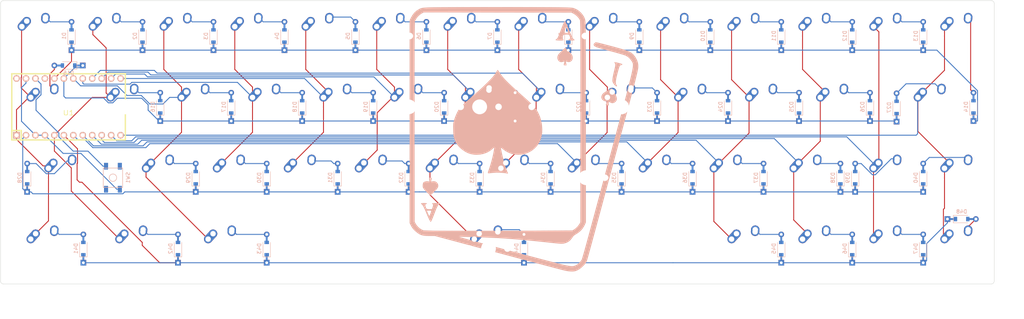
<source format=kicad_pcb>
(kicad_pcb (version 20171130) (host pcbnew "(5.0.2)-1")
  (layers (0 F.Cu signal) (31 B.Cu signal) (34 B.Paste user) (35 F.Paste user) (36 B.SilkS user) (37 F.SilkS user) (38 B.Mask user) (39 F.Mask user) (44 Edge.Cuts user))
  (net 0 "")
  (net 1 ROW0)
  (net 2 "Net-(D1-Pad2)")
  (net 3 "Net-(D2-Pad2)")
  (net 4 "Net-(D3-Pad2)")
  (net 5 "Net-(D4-Pad2)")
  (net 6 "Net-(D5-Pad2)")
  (net 7 "Net-(D6-Pad2)")
  (net 8 "Net-(D7-Pad2)")
  (net 9 "Net-(D8-Pad2)")
  (net 10 "Net-(D9-Pad2)")
  (net 11 "Net-(D10-Pad2)")
  (net 12 "Net-(D11-Pad2)")
  (net 13 "Net-(D12-Pad2)")
  (net 14 "Net-(D13-Pad2)")
  (net 15 "Net-(D14-Pad2)")
  (net 16 "Net-(D15-Pad2)")
  (net 17 ROW1)
  (net 18 "Net-(D16-Pad2)")
  (net 19 "Net-(D17-Pad2)")
  (net 20 "Net-(D18-Pad2)")
  (net 21 "Net-(D19-Pad2)")
  (net 22 "Net-(D20-Pad2)")
  (net 23 "Net-(D21-Pad2)")
  (net 24 "Net-(D22-Pad2)")
  (net 25 "Net-(D23-Pad2)")
  (net 26 "Net-(D24-Pad2)")
  (net 27 "Net-(D25-Pad2)")
  (net 28 "Net-(D26-Pad2)")
  (net 29 "Net-(D27-Pad2)")
  (net 30 "Net-(D28-Pad2)")
  (net 31 ROW2)
  (net 32 "Net-(D29-Pad2)")
  (net 33 "Net-(D30-Pad2)")
  (net 34 "Net-(D31-Pad2)")
  (net 35 "Net-(D32-Pad2)")
  (net 36 "Net-(D33-Pad2)")
  (net 37 "Net-(D34-Pad2)")
  (net 38 "Net-(D35-Pad2)")
  (net 39 "Net-(D36-Pad2)")
  (net 40 "Net-(D37-Pad2)")
  (net 41 "Net-(D38-Pad2)")
  (net 42 "Net-(D39-Pad2)")
  (net 43 "Net-(D40-Pad2)")
  (net 44 "Net-(D41-Pad2)")
  (net 45 ROW3)
  (net 46 "Net-(D42-Pad2)")
  (net 47 "Net-(D43-Pad2)")
  (net 48 "Net-(D44-Pad2)")
  (net 49 "Net-(D45-Pad2)")
  (net 50 "Net-(D46-Pad2)")
  (net 51 "Net-(D47-Pad2)")
  (net 52 "Net-(D48-Pad2)")
  (net 53 COL0)
  (net 54 COL1)
  (net 55 COL2)
  (net 56 COL3)
  (net 57 COL4)
  (net 58 COL5)
  (net 59 COL6)
  (net 60 COL7)
  (net 61 COL8)
  (net 62 COL9)
  (net 63 COL10)
  (net 64 COL11)
  (net 65 COL12)
  (net 66 COL13)
  (net 67 GND)
  (net 68 "Net-(SW1-Pad2)")
  (net 69 +5V)
  (net 70 "Net-(U1-Pad24)")
  (module combodiode:ComboDiode (layer F.Cu) (at 33.3375 62.70625 90)
    (fp_text reference D1 (at 0 -2 90) (layer B.SilkS) (effects (justify mirror)))
    (fp_text value D_small)
    (pad "" connect rect (at -2.54 0 90) (size 1.524 0.5) (layers B.Cu))
    (pad "" connect rect (at 2.54 0 90) (size 1.524 0.5) (layers B.Cu))
    (pad 2 thru_hole circle (at 3.81 0 90) (size 1.524 1.524) (drill 0.762) (layers *.Cu *.Mask) (net 2 "Net-(D1-Pad2)"))
    (pad 1 thru_hole rect (at -3.81 0 90) (size 1.524 1.524) (drill 0.762) (layers *.Cu *.Mask) (net 1 ROW0))
    (pad "" smd rect (at 1.65 0 90) (size 0.9 1.2) (layers B.Cu B.Paste B.Mask))
    (pad "" smd rect (at -1.65 0 90) (size 0.9 1.2) (layers B.Cu B.Paste B.Mask))
  )
  (module combodiode:ComboDiode (layer F.Cu) (at 52.3875 62.70625 90)
    (fp_text reference D2 (at 0 -2 90) (layer B.SilkS) (effects (justify mirror)))
    (fp_text value D_small)
    (pad "" connect rect (at -2.54 0 90) (size 1.524 0.5) (layers B.Cu))
    (pad "" connect rect (at 2.54 0 90) (size 1.524 0.5) (layers B.Cu))
    (pad 2 thru_hole circle (at 3.81 0 90) (size 1.524 1.524) (drill 0.762) (layers *.Cu *.Mask) (net 3 "Net-(D2-Pad2)"))
    (pad 1 thru_hole rect (at -3.81 0 90) (size 1.524 1.524) (drill 0.762) (layers *.Cu *.Mask) (net 1 ROW0))
    (pad "" smd rect (at 1.65 0 90) (size 0.9 1.2) (layers B.Cu B.Paste B.Mask))
    (pad "" smd rect (at -1.65 0 90) (size 0.9 1.2) (layers B.Cu B.Paste B.Mask))
  )
  (module combodiode:ComboDiode (layer F.Cu) (at 71.4375 62.70625 90)
    (fp_text reference D3 (at 0 -2 90) (layer B.SilkS) (effects (justify mirror)))
    (fp_text value D_small)
    (pad "" connect rect (at -2.54 0 90) (size 1.524 0.5) (layers B.Cu))
    (pad "" connect rect (at 2.54 0 90) (size 1.524 0.5) (layers B.Cu))
    (pad 2 thru_hole circle (at 3.81 0 90) (size 1.524 1.524) (drill 0.762) (layers *.Cu *.Mask) (net 4 "Net-(D3-Pad2)"))
    (pad 1 thru_hole rect (at -3.81 0 90) (size 1.524 1.524) (drill 0.762) (layers *.Cu *.Mask) (net 1 ROW0))
    (pad "" smd rect (at 1.65 0 90) (size 0.9 1.2) (layers B.Cu B.Paste B.Mask))
    (pad "" smd rect (at -1.65 0 90) (size 0.9 1.2) (layers B.Cu B.Paste B.Mask))
  )
  (module combodiode:ComboDiode (layer F.Cu) (at 90.4875 62.70625 90)
    (fp_text reference D4 (at 0 -2 90) (layer B.SilkS) (effects (justify mirror)))
    (fp_text value D_small)
    (pad "" connect rect (at -2.54 0 90) (size 1.524 0.5) (layers B.Cu))
    (pad "" connect rect (at 2.54 0 90) (size 1.524 0.5) (layers B.Cu))
    (pad 2 thru_hole circle (at 3.81 0 90) (size 1.524 1.524) (drill 0.762) (layers *.Cu *.Mask) (net 5 "Net-(D4-Pad2)"))
    (pad 1 thru_hole rect (at -3.81 0 90) (size 1.524 1.524) (drill 0.762) (layers *.Cu *.Mask) (net 1 ROW0))
    (pad "" smd rect (at 1.65 0 90) (size 0.9 1.2) (layers B.Cu B.Paste B.Mask))
    (pad "" smd rect (at -1.65 0 90) (size 0.9 1.2) (layers B.Cu B.Paste B.Mask))
  )
  (module combodiode:ComboDiode (layer F.Cu) (at 109.5375 62.70625 90)
    (fp_text reference D5 (at 0 -2 90) (layer B.SilkS) (effects (justify mirror)))
    (fp_text value D_small)
    (pad "" connect rect (at -2.54 0 90) (size 1.524 0.5) (layers B.Cu))
    (pad "" connect rect (at 2.54 0 90) (size 1.524 0.5) (layers B.Cu))
    (pad 2 thru_hole circle (at 3.81 0 90) (size 1.524 1.524) (drill 0.762) (layers *.Cu *.Mask) (net 6 "Net-(D5-Pad2)"))
    (pad 1 thru_hole rect (at -3.81 0 90) (size 1.524 1.524) (drill 0.762) (layers *.Cu *.Mask) (net 1 ROW0))
    (pad "" smd rect (at 1.65 0 90) (size 0.9 1.2) (layers B.Cu B.Paste B.Mask))
    (pad "" smd rect (at -1.65 0 90) (size 0.9 1.2) (layers B.Cu B.Paste B.Mask))
  )
  (module combodiode:ComboDiode (layer F.Cu) (at 128.5875 62.70625 90)
    (fp_text reference D6 (at 0 -2 90) (layer B.SilkS) (effects (justify mirror)))
    (fp_text value D_small)
    (pad "" connect rect (at -2.54 0 90) (size 1.524 0.5) (layers B.Cu))
    (pad "" connect rect (at 2.54 0 90) (size 1.524 0.5) (layers B.Cu))
    (pad 2 thru_hole circle (at 3.81 0 90) (size 1.524 1.524) (drill 0.762) (layers *.Cu *.Mask) (net 7 "Net-(D6-Pad2)"))
    (pad 1 thru_hole rect (at -3.81 0 90) (size 1.524 1.524) (drill 0.762) (layers *.Cu *.Mask) (net 1 ROW0))
    (pad "" smd rect (at 1.65 0 90) (size 0.9 1.2) (layers B.Cu B.Paste B.Mask))
    (pad "" smd rect (at -1.65 0 90) (size 0.9 1.2) (layers B.Cu B.Paste B.Mask))
  )
  (module combodiode:ComboDiode (layer F.Cu) (at 147.6375 62.70625 90)
    (fp_text reference D7 (at 0 -2 90) (layer B.SilkS) (effects (justify mirror)))
    (fp_text value D_small)
    (pad "" connect rect (at -2.54 0 90) (size 1.524 0.5) (layers B.Cu))
    (pad "" connect rect (at 2.54 0 90) (size 1.524 0.5) (layers B.Cu))
    (pad 2 thru_hole circle (at 3.81 0 90) (size 1.524 1.524) (drill 0.762) (layers *.Cu *.Mask) (net 8 "Net-(D7-Pad2)"))
    (pad 1 thru_hole rect (at -3.81 0 90) (size 1.524 1.524) (drill 0.762) (layers *.Cu *.Mask) (net 1 ROW0))
    (pad "" smd rect (at 1.65 0 90) (size 0.9 1.2) (layers B.Cu B.Paste B.Mask))
    (pad "" smd rect (at -1.65 0 90) (size 0.9 1.2) (layers B.Cu B.Paste B.Mask))
  )
  (module combodiode:ComboDiode (layer F.Cu) (at 166.6875 62.70625 90)
    (fp_text reference D8 (at 0 -2 90) (layer B.SilkS) (effects (justify mirror)))
    (fp_text value D_small)
    (pad "" connect rect (at -2.54 0 90) (size 1.524 0.5) (layers B.Cu))
    (pad "" connect rect (at 2.54 0 90) (size 1.524 0.5) (layers B.Cu))
    (pad 2 thru_hole circle (at 3.81 0 90) (size 1.524 1.524) (drill 0.762) (layers *.Cu *.Mask) (net 9 "Net-(D8-Pad2)"))
    (pad 1 thru_hole rect (at -3.81 0 90) (size 1.524 1.524) (drill 0.762) (layers *.Cu *.Mask) (net 1 ROW0))
    (pad "" smd rect (at 1.65 0 90) (size 0.9 1.2) (layers B.Cu B.Paste B.Mask))
    (pad "" smd rect (at -1.65 0 90) (size 0.9 1.2) (layers B.Cu B.Paste B.Mask))
  )
  (module combodiode:ComboDiode (layer F.Cu) (at 185.7375 62.70625 90)
    (fp_text reference D9 (at 0 -2 90) (layer B.SilkS) (effects (justify mirror)))
    (fp_text value D_small)
    (pad "" connect rect (at -2.54 0 90) (size 1.524 0.5) (layers B.Cu))
    (pad "" connect rect (at 2.54 0 90) (size 1.524 0.5) (layers B.Cu))
    (pad 2 thru_hole circle (at 3.81 0 90) (size 1.524 1.524) (drill 0.762) (layers *.Cu *.Mask) (net 10 "Net-(D9-Pad2)"))
    (pad 1 thru_hole rect (at -3.81 0 90) (size 1.524 1.524) (drill 0.762) (layers *.Cu *.Mask) (net 1 ROW0))
    (pad "" smd rect (at 1.65 0 90) (size 0.9 1.2) (layers B.Cu B.Paste B.Mask))
    (pad "" smd rect (at -1.65 0 90) (size 0.9 1.2) (layers B.Cu B.Paste B.Mask))
  )
  (module combodiode:ComboDiode (layer F.Cu) (at 204.7875 62.70625 90)
    (fp_text reference D10 (at 0 -2 90) (layer B.SilkS) (effects (justify mirror)))
    (fp_text value D_small)
    (pad "" connect rect (at -2.54 0 90) (size 1.524 0.5) (layers B.Cu))
    (pad "" connect rect (at 2.54 0 90) (size 1.524 0.5) (layers B.Cu))
    (pad 2 thru_hole circle (at 3.81 0 90) (size 1.524 1.524) (drill 0.762) (layers *.Cu *.Mask) (net 11 "Net-(D10-Pad2)"))
    (pad 1 thru_hole rect (at -3.81 0 90) (size 1.524 1.524) (drill 0.762) (layers *.Cu *.Mask) (net 1 ROW0))
    (pad "" smd rect (at 1.65 0 90) (size 0.9 1.2) (layers B.Cu B.Paste B.Mask))
    (pad "" smd rect (at -1.65 0 90) (size 0.9 1.2) (layers B.Cu B.Paste B.Mask))
  )
  (module combodiode:ComboDiode (layer F.Cu) (at 223.8375 62.70625 90)
    (fp_text reference D11 (at 0 -2 90) (layer B.SilkS) (effects (justify mirror)))
    (fp_text value D_small)
    (pad "" connect rect (at -2.54 0 90) (size 1.524 0.5) (layers B.Cu))
    (pad "" connect rect (at 2.54 0 90) (size 1.524 0.5) (layers B.Cu))
    (pad 2 thru_hole circle (at 3.81 0 90) (size 1.524 1.524) (drill 0.762) (layers *.Cu *.Mask) (net 12 "Net-(D11-Pad2)"))
    (pad 1 thru_hole rect (at -3.81 0 90) (size 1.524 1.524) (drill 0.762) (layers *.Cu *.Mask) (net 1 ROW0))
    (pad "" smd rect (at 1.65 0 90) (size 0.9 1.2) (layers B.Cu B.Paste B.Mask))
    (pad "" smd rect (at -1.65 0 90) (size 0.9 1.2) (layers B.Cu B.Paste B.Mask))
  )
  (module combodiode:ComboDiode (layer F.Cu) (at 242.8875 62.70625 90)
    (fp_text reference D12 (at 0 -2 90) (layer B.SilkS) (effects (justify mirror)))
    (fp_text value D_small)
    (pad "" connect rect (at -2.54 0 90) (size 1.524 0.5) (layers B.Cu))
    (pad "" connect rect (at 2.54 0 90) (size 1.524 0.5) (layers B.Cu))
    (pad 2 thru_hole circle (at 3.81 0 90) (size 1.524 1.524) (drill 0.762) (layers *.Cu *.Mask) (net 13 "Net-(D12-Pad2)"))
    (pad 1 thru_hole rect (at -3.81 0 90) (size 1.524 1.524) (drill 0.762) (layers *.Cu *.Mask) (net 1 ROW0))
    (pad "" smd rect (at 1.65 0 90) (size 0.9 1.2) (layers B.Cu B.Paste B.Mask))
    (pad "" smd rect (at -1.65 0 90) (size 0.9 1.2) (layers B.Cu B.Paste B.Mask))
  )
  (module combodiode:ComboDiode (layer F.Cu) (at 261.9375 62.70625 90)
    (fp_text reference D13 (at 0 -2 90) (layer B.SilkS) (effects (justify mirror)))
    (fp_text value D_small)
    (pad "" connect rect (at -2.54 0 90) (size 1.524 0.5) (layers B.Cu))
    (pad "" connect rect (at 2.54 0 90) (size 1.524 0.5) (layers B.Cu))
    (pad 2 thru_hole circle (at 3.81 0 90) (size 1.524 1.524) (drill 0.762) (layers *.Cu *.Mask) (net 14 "Net-(D13-Pad2)"))
    (pad 1 thru_hole rect (at -3.81 0 90) (size 1.524 1.524) (drill 0.762) (layers *.Cu *.Mask) (net 1 ROW0))
    (pad "" smd rect (at 1.65 0 90) (size 0.9 1.2) (layers B.Cu B.Paste B.Mask))
    (pad "" smd rect (at -1.65 0 90) (size 0.9 1.2) (layers B.Cu B.Paste B.Mask))
  )
  (module combodiode:ComboDiode (layer F.Cu) (at 275.43125 81.75625 90)
    (fp_text reference D14 (at 0 -2 90) (layer B.SilkS) (effects (justify mirror)))
    (fp_text value D_small)
    (pad "" connect rect (at -2.54 0 90) (size 1.524 0.5) (layers B.Cu))
    (pad "" connect rect (at 2.54 0 90) (size 1.524 0.5) (layers B.Cu))
    (pad 2 thru_hole circle (at 3.81 0 90) (size 1.524 1.524) (drill 0.762) (layers *.Cu *.Mask) (net 15 "Net-(D14-Pad2)"))
    (pad 1 thru_hole rect (at -3.81 0 90) (size 1.524 1.524) (drill 0.762) (layers *.Cu *.Mask) (net 1 ROW0))
    (pad "" smd rect (at 1.65 0 90) (size 0.9 1.2) (layers B.Cu B.Paste B.Mask))
    (pad "" smd rect (at -1.65 0 90) (size 0.9 1.2) (layers B.Cu B.Paste B.Mask))
  )
  (module combodiode:ComboDiode (layer F.Cu) (at 32.54375 70.64375 180)
    (fp_text reference D15 (at 0 -2 180) (layer B.SilkS) (effects (justify mirror)))
    (fp_text value D_small)
    (pad "" connect rect (at -2.54 0 180) (size 1.524 0.5) (layers B.Cu))
    (pad "" connect rect (at 2.54 0 180) (size 1.524 0.5) (layers B.Cu))
    (pad 2 thru_hole circle (at 3.81 0 180) (size 1.524 1.524) (drill 0.762) (layers *.Cu *.Mask) (net 16 "Net-(D15-Pad2)"))
    (pad 1 thru_hole rect (at -3.81 0 180) (size 1.524 1.524) (drill 0.762) (layers *.Cu *.Mask) (net 17 ROW1))
    (pad "" smd rect (at 1.65 0 180) (size 0.9 1.2) (layers B.Cu B.Paste B.Mask))
    (pad "" smd rect (at -1.65 0 180) (size 0.9 1.2) (layers B.Cu B.Paste B.Mask))
  )
  (module combodiode:ComboDiode (layer F.Cu) (at 57.15 81.75625 90)
    (fp_text reference D16 (at 0 -2 90) (layer B.SilkS) (effects (justify mirror)))
    (fp_text value D_small)
    (pad "" connect rect (at -2.54 0 90) (size 1.524 0.5) (layers B.Cu))
    (pad "" connect rect (at 2.54 0 90) (size 1.524 0.5) (layers B.Cu))
    (pad 2 thru_hole circle (at 3.81 0 90) (size 1.524 1.524) (drill 0.762) (layers *.Cu *.Mask) (net 18 "Net-(D16-Pad2)"))
    (pad 1 thru_hole rect (at -3.81 0 90) (size 1.524 1.524) (drill 0.762) (layers *.Cu *.Mask) (net 17 ROW1))
    (pad "" smd rect (at 1.65 0 90) (size 0.9 1.2) (layers B.Cu B.Paste B.Mask))
    (pad "" smd rect (at -1.65 0 90) (size 0.9 1.2) (layers B.Cu B.Paste B.Mask))
  )
  (module combodiode:ComboDiode (layer F.Cu) (at 76.2 81.75625 90)
    (fp_text reference D17 (at 0 -2 90) (layer B.SilkS) (effects (justify mirror)))
    (fp_text value D_small)
    (pad "" connect rect (at -2.54 0 90) (size 1.524 0.5) (layers B.Cu))
    (pad "" connect rect (at 2.54 0 90) (size 1.524 0.5) (layers B.Cu))
    (pad 2 thru_hole circle (at 3.81 0 90) (size 1.524 1.524) (drill 0.762) (layers *.Cu *.Mask) (net 19 "Net-(D17-Pad2)"))
    (pad 1 thru_hole rect (at -3.81 0 90) (size 1.524 1.524) (drill 0.762) (layers *.Cu *.Mask) (net 17 ROW1))
    (pad "" smd rect (at 1.65 0 90) (size 0.9 1.2) (layers B.Cu B.Paste B.Mask))
    (pad "" smd rect (at -1.65 0 90) (size 0.9 1.2) (layers B.Cu B.Paste B.Mask))
  )
  (module combodiode:ComboDiode (layer F.Cu) (at 95.25 81.75625 90)
    (fp_text reference D18 (at 0 -2 90) (layer B.SilkS) (effects (justify mirror)))
    (fp_text value D_small)
    (pad "" connect rect (at -2.54 0 90) (size 1.524 0.5) (layers B.Cu))
    (pad "" connect rect (at 2.54 0 90) (size 1.524 0.5) (layers B.Cu))
    (pad 2 thru_hole circle (at 3.81 0 90) (size 1.524 1.524) (drill 0.762) (layers *.Cu *.Mask) (net 20 "Net-(D18-Pad2)"))
    (pad 1 thru_hole rect (at -3.81 0 90) (size 1.524 1.524) (drill 0.762) (layers *.Cu *.Mask) (net 17 ROW1))
    (pad "" smd rect (at 1.65 0 90) (size 0.9 1.2) (layers B.Cu B.Paste B.Mask))
    (pad "" smd rect (at -1.65 0 90) (size 0.9 1.2) (layers B.Cu B.Paste B.Mask))
  )
  (module combodiode:ComboDiode (layer F.Cu) (at 133.35 81.75625 90)
    (fp_text reference D20 (at 0 -2 90) (layer B.SilkS) (effects (justify mirror)))
    (fp_text value D_small)
    (pad "" connect rect (at -2.54 0 90) (size 1.524 0.5) (layers B.Cu))
    (pad "" connect rect (at 2.54 0 90) (size 1.524 0.5) (layers B.Cu))
    (pad 2 thru_hole circle (at 3.81 0 90) (size 1.524 1.524) (drill 0.762) (layers *.Cu *.Mask) (net 22 "Net-(D20-Pad2)"))
    (pad 1 thru_hole rect (at -3.81 0 90) (size 1.524 1.524) (drill 0.762) (layers *.Cu *.Mask) (net 17 ROW1))
    (pad "" smd rect (at 1.65 0 90) (size 0.9 1.2) (layers B.Cu B.Paste B.Mask))
    (pad "" smd rect (at -1.65 0 90) (size 0.9 1.2) (layers B.Cu B.Paste B.Mask))
  )
  (module combodiode:ComboDiode (layer F.Cu) (at 152.4 81.75625 90)
    (fp_text reference D21 (at 0 -2 90) (layer B.SilkS) (effects (justify mirror)))
    (fp_text value D_small)
    (pad "" connect rect (at -2.54 0 90) (size 1.524 0.5) (layers B.Cu))
    (pad "" connect rect (at 2.54 0 90) (size 1.524 0.5) (layers B.Cu))
    (pad 2 thru_hole circle (at 3.81 0 90) (size 1.524 1.524) (drill 0.762) (layers *.Cu *.Mask) (net 23 "Net-(D21-Pad2)"))
    (pad 1 thru_hole rect (at -3.81 0 90) (size 1.524 1.524) (drill 0.762) (layers *.Cu *.Mask) (net 17 ROW1))
    (pad "" smd rect (at 1.65 0 90) (size 0.9 1.2) (layers B.Cu B.Paste B.Mask))
    (pad "" smd rect (at -1.65 0 90) (size 0.9 1.2) (layers B.Cu B.Paste B.Mask))
  )
  (module combodiode:ComboDiode (layer F.Cu) (at 171.45 81.75625 90)
    (fp_text reference D22 (at 0 -2 90) (layer B.SilkS) (effects (justify mirror)))
    (fp_text value D_small)
    (pad "" connect rect (at -2.54 0 90) (size 1.524 0.5) (layers B.Cu))
    (pad "" connect rect (at 2.54 0 90) (size 1.524 0.5) (layers B.Cu))
    (pad 2 thru_hole circle (at 3.81 0 90) (size 1.524 1.524) (drill 0.762) (layers *.Cu *.Mask) (net 24 "Net-(D22-Pad2)"))
    (pad 1 thru_hole rect (at -3.81 0 90) (size 1.524 1.524) (drill 0.762) (layers *.Cu *.Mask) (net 17 ROW1))
    (pad "" smd rect (at 1.65 0 90) (size 0.9 1.2) (layers B.Cu B.Paste B.Mask))
    (pad "" smd rect (at -1.65 0 90) (size 0.9 1.2) (layers B.Cu B.Paste B.Mask))
  )
  (module combodiode:ComboDiode (layer F.Cu) (at 190.5 81.75625 90)
    (fp_text reference D23 (at 0 -2 90) (layer B.SilkS) (effects (justify mirror)))
    (fp_text value D_small)
    (pad "" connect rect (at -2.54 0 90) (size 1.524 0.5) (layers B.Cu))
    (pad "" connect rect (at 2.54 0 90) (size 1.524 0.5) (layers B.Cu))
    (pad 2 thru_hole circle (at 3.81 0 90) (size 1.524 1.524) (drill 0.762) (layers *.Cu *.Mask) (net 25 "Net-(D23-Pad2)"))
    (pad 1 thru_hole rect (at -3.81 0 90) (size 1.524 1.524) (drill 0.762) (layers *.Cu *.Mask) (net 17 ROW1))
    (pad "" smd rect (at 1.65 0 90) (size 0.9 1.2) (layers B.Cu B.Paste B.Mask))
    (pad "" smd rect (at -1.65 0 90) (size 0.9 1.2) (layers B.Cu B.Paste B.Mask))
  )
  (module combodiode:ComboDiode (layer F.Cu) (at 209.55 81.75625 90)
    (fp_text reference D24 (at 0 -2 90) (layer B.SilkS) (effects (justify mirror)))
    (fp_text value D_small)
    (pad "" connect rect (at -2.54 0 90) (size 1.524 0.5) (layers B.Cu))
    (pad "" connect rect (at 2.54 0 90) (size 1.524 0.5) (layers B.Cu))
    (pad 2 thru_hole circle (at 3.81 0 90) (size 1.524 1.524) (drill 0.762) (layers *.Cu *.Mask) (net 26 "Net-(D24-Pad2)"))
    (pad 1 thru_hole rect (at -3.81 0 90) (size 1.524 1.524) (drill 0.762) (layers *.Cu *.Mask) (net 17 ROW1))
    (pad "" smd rect (at 1.65 0 90) (size 0.9 1.2) (layers B.Cu B.Paste B.Mask))
    (pad "" smd rect (at -1.65 0 90) (size 0.9 1.2) (layers B.Cu B.Paste B.Mask))
  )
  (module combodiode:ComboDiode (layer F.Cu) (at 228.6 81.75625 90)
    (fp_text reference D25 (at 0 -2 90) (layer B.SilkS) (effects (justify mirror)))
    (fp_text value D_small)
    (pad "" connect rect (at -2.54 0 90) (size 1.524 0.5) (layers B.Cu))
    (pad "" connect rect (at 2.54 0 90) (size 1.524 0.5) (layers B.Cu))
    (pad 2 thru_hole circle (at 3.81 0 90) (size 1.524 1.524) (drill 0.762) (layers *.Cu *.Mask) (net 27 "Net-(D25-Pad2)"))
    (pad 1 thru_hole rect (at -3.81 0 90) (size 1.524 1.524) (drill 0.762) (layers *.Cu *.Mask) (net 17 ROW1))
    (pad "" smd rect (at 1.65 0 90) (size 0.9 1.2) (layers B.Cu B.Paste B.Mask))
    (pad "" smd rect (at -1.65 0 90) (size 0.9 1.2) (layers B.Cu B.Paste B.Mask))
  )
  (module combodiode:ComboDiode (layer F.Cu) (at 247.65 81.75625 90)
    (fp_text reference D26 (at 0 -2 90) (layer B.SilkS) (effects (justify mirror)))
    (fp_text value D_small)
    (pad "" connect rect (at -2.54 0 90) (size 1.524 0.5) (layers B.Cu))
    (pad "" connect rect (at 2.54 0 90) (size 1.524 0.5) (layers B.Cu))
    (pad 2 thru_hole circle (at 3.81 0 90) (size 1.524 1.524) (drill 0.762) (layers *.Cu *.Mask) (net 28 "Net-(D26-Pad2)"))
    (pad 1 thru_hole rect (at -3.81 0 90) (size 1.524 1.524) (drill 0.762) (layers *.Cu *.Mask) (net 17 ROW1))
    (pad "" smd rect (at 1.65 0 90) (size 0.9 1.2) (layers B.Cu B.Paste B.Mask))
    (pad "" smd rect (at -1.65 0 90) (size 0.9 1.2) (layers B.Cu B.Paste B.Mask))
  )
  (module combodiode:ComboDiode (layer F.Cu) (at 254.79375 81.915 90)
    (fp_text reference D27 (at 0 -2 90) (layer B.SilkS) (effects (justify mirror)))
    (fp_text value D_small)
    (pad "" connect rect (at -2.54 0 90) (size 1.524 0.5) (layers B.Cu))
    (pad "" connect rect (at 2.54 0 90) (size 1.524 0.5) (layers B.Cu))
    (pad 2 thru_hole circle (at 3.81 0 90) (size 1.524 1.524) (drill 0.762) (layers *.Cu *.Mask) (net 29 "Net-(D27-Pad2)"))
    (pad 1 thru_hole rect (at -3.81 0 90) (size 1.524 1.524) (drill 0.762) (layers *.Cu *.Mask) (net 17 ROW1))
    (pad "" smd rect (at 1.65 0 90) (size 0.9 1.2) (layers B.Cu B.Paste B.Mask))
    (pad "" smd rect (at -1.65 0 90) (size 0.9 1.2) (layers B.Cu B.Paste B.Mask))
  )
  (module combodiode:ComboDiode (layer F.Cu) (at 21.43125 100.80625 90)
    (fp_text reference D28 (at 0 -2 90) (layer B.SilkS) (effects (justify mirror)))
    (fp_text value D_small)
    (pad "" connect rect (at -2.54 0 90) (size 1.524 0.5) (layers B.Cu))
    (pad "" connect rect (at 2.54 0 90) (size 1.524 0.5) (layers B.Cu))
    (pad 2 thru_hole circle (at 3.81 0 90) (size 1.524 1.524) (drill 0.762) (layers *.Cu *.Mask) (net 30 "Net-(D28-Pad2)"))
    (pad 1 thru_hole rect (at -3.81 0 90) (size 1.524 1.524) (drill 0.762) (layers *.Cu *.Mask) (net 31 ROW2))
    (pad "" smd rect (at 1.65 0 90) (size 0.9 1.2) (layers B.Cu B.Paste B.Mask))
    (pad "" smd rect (at -1.65 0 90) (size 0.9 1.2) (layers B.Cu B.Paste B.Mask))
  )
  (module combodiode:ComboDiode (layer F.Cu) (at 66.675 100.80625 90)
    (fp_text reference D29 (at 0 -2 90) (layer B.SilkS) (effects (justify mirror)))
    (fp_text value D_small)
    (pad "" connect rect (at -2.54 0 90) (size 1.524 0.5) (layers B.Cu))
    (pad "" connect rect (at 2.54 0 90) (size 1.524 0.5) (layers B.Cu))
    (pad 2 thru_hole circle (at 3.81 0 90) (size 1.524 1.524) (drill 0.762) (layers *.Cu *.Mask) (net 32 "Net-(D29-Pad2)"))
    (pad 1 thru_hole rect (at -3.81 0 90) (size 1.524 1.524) (drill 0.762) (layers *.Cu *.Mask) (net 31 ROW2))
    (pad "" smd rect (at 1.65 0 90) (size 0.9 1.2) (layers B.Cu B.Paste B.Mask))
    (pad "" smd rect (at -1.65 0 90) (size 0.9 1.2) (layers B.Cu B.Paste B.Mask))
  )
  (module combodiode:ComboDiode (layer F.Cu) (at 85.725 100.80625 90)
    (fp_text reference D30 (at 0 -2 90) (layer B.SilkS) (effects (justify mirror)))
    (fp_text value D_small)
    (pad "" connect rect (at -2.54 0 90) (size 1.524 0.5) (layers B.Cu))
    (pad "" connect rect (at 2.54 0 90) (size 1.524 0.5) (layers B.Cu))
    (pad 2 thru_hole circle (at 3.81 0 90) (size 1.524 1.524) (drill 0.762) (layers *.Cu *.Mask) (net 33 "Net-(D30-Pad2)"))
    (pad 1 thru_hole rect (at -3.81 0 90) (size 1.524 1.524) (drill 0.762) (layers *.Cu *.Mask) (net 31 ROW2))
    (pad "" smd rect (at 1.65 0 90) (size 0.9 1.2) (layers B.Cu B.Paste B.Mask))
    (pad "" smd rect (at -1.65 0 90) (size 0.9 1.2) (layers B.Cu B.Paste B.Mask))
  )
  (module combodiode:ComboDiode (layer F.Cu) (at 104.775 100.80625 90)
    (fp_text reference D31 (at 0 -2 90) (layer B.SilkS) (effects (justify mirror)))
    (fp_text value D_small)
    (pad "" connect rect (at -2.54 0 90) (size 1.524 0.5) (layers B.Cu))
    (pad "" connect rect (at 2.54 0 90) (size 1.524 0.5) (layers B.Cu))
    (pad 2 thru_hole circle (at 3.81 0 90) (size 1.524 1.524) (drill 0.762) (layers *.Cu *.Mask) (net 34 "Net-(D31-Pad2)"))
    (pad 1 thru_hole rect (at -3.81 0 90) (size 1.524 1.524) (drill 0.762) (layers *.Cu *.Mask) (net 31 ROW2))
    (pad "" smd rect (at 1.65 0 90) (size 0.9 1.2) (layers B.Cu B.Paste B.Mask))
    (pad "" smd rect (at -1.65 0 90) (size 0.9 1.2) (layers B.Cu B.Paste B.Mask))
  )
  (module combodiode:ComboDiode (layer F.Cu) (at 123.825 100.80625 90)
    (fp_text reference D32 (at 0 -2 90) (layer B.SilkS) (effects (justify mirror)))
    (fp_text value D_small)
    (pad "" connect rect (at -2.54 0 90) (size 1.524 0.5) (layers B.Cu))
    (pad "" connect rect (at 2.54 0 90) (size 1.524 0.5) (layers B.Cu))
    (pad 2 thru_hole circle (at 3.81 0 90) (size 1.524 1.524) (drill 0.762) (layers *.Cu *.Mask) (net 35 "Net-(D32-Pad2)"))
    (pad 1 thru_hole rect (at -3.81 0 90) (size 1.524 1.524) (drill 0.762) (layers *.Cu *.Mask) (net 31 ROW2))
    (pad "" smd rect (at 1.65 0 90) (size 0.9 1.2) (layers B.Cu B.Paste B.Mask))
    (pad "" smd rect (at -1.65 0 90) (size 0.9 1.2) (layers B.Cu B.Paste B.Mask))
  )
  (module combodiode:ComboDiode (layer F.Cu) (at 142.875 100.80625 90)
    (fp_text reference D33 (at 0 -2 90) (layer B.SilkS) (effects (justify mirror)))
    (fp_text value D_small)
    (pad "" connect rect (at -2.54 0 90) (size 1.524 0.5) (layers B.Cu))
    (pad "" connect rect (at 2.54 0 90) (size 1.524 0.5) (layers B.Cu))
    (pad 2 thru_hole circle (at 3.81 0 90) (size 1.524 1.524) (drill 0.762) (layers *.Cu *.Mask) (net 36 "Net-(D33-Pad2)"))
    (pad 1 thru_hole rect (at -3.81 0 90) (size 1.524 1.524) (drill 0.762) (layers *.Cu *.Mask) (net 31 ROW2))
    (pad "" smd rect (at 1.65 0 90) (size 0.9 1.2) (layers B.Cu B.Paste B.Mask))
    (pad "" smd rect (at -1.65 0 90) (size 0.9 1.2) (layers B.Cu B.Paste B.Mask))
  )
  (module combodiode:ComboDiode (layer F.Cu) (at 161.925 100.80625 90)
    (fp_text reference D34 (at 0 -2 90) (layer B.SilkS) (effects (justify mirror)))
    (fp_text value D_small)
    (pad "" connect rect (at -2.54 0 90) (size 1.524 0.5) (layers B.Cu))
    (pad "" connect rect (at 2.54 0 90) (size 1.524 0.5) (layers B.Cu))
    (pad 2 thru_hole circle (at 3.81 0 90) (size 1.524 1.524) (drill 0.762) (layers *.Cu *.Mask) (net 37 "Net-(D34-Pad2)"))
    (pad 1 thru_hole rect (at -3.81 0 90) (size 1.524 1.524) (drill 0.762) (layers *.Cu *.Mask) (net 31 ROW2))
    (pad "" smd rect (at 1.65 0 90) (size 0.9 1.2) (layers B.Cu B.Paste B.Mask))
    (pad "" smd rect (at -1.65 0 90) (size 0.9 1.2) (layers B.Cu B.Paste B.Mask))
  )
  (module combodiode:ComboDiode (layer F.Cu) (at 180.975 100.80625 90)
    (fp_text reference D35 (at 0 -2 90) (layer B.SilkS) (effects (justify mirror)))
    (fp_text value D_small)
    (pad "" connect rect (at -2.54 0 90) (size 1.524 0.5) (layers B.Cu))
    (pad "" connect rect (at 2.54 0 90) (size 1.524 0.5) (layers B.Cu))
    (pad 2 thru_hole circle (at 3.81 0 90) (size 1.524 1.524) (drill 0.762) (layers *.Cu *.Mask) (net 38 "Net-(D35-Pad2)"))
    (pad 1 thru_hole rect (at -3.81 0 90) (size 1.524 1.524) (drill 0.762) (layers *.Cu *.Mask) (net 31 ROW2))
    (pad "" smd rect (at 1.65 0 90) (size 0.9 1.2) (layers B.Cu B.Paste B.Mask))
    (pad "" smd rect (at -1.65 0 90) (size 0.9 1.2) (layers B.Cu B.Paste B.Mask))
  )
  (module combodiode:ComboDiode (layer F.Cu) (at 200.025 100.80625 90)
    (fp_text reference D36 (at 0 -2 90) (layer B.SilkS) (effects (justify mirror)))
    (fp_text value D_small)
    (pad "" connect rect (at -2.54 0 90) (size 1.524 0.5) (layers B.Cu))
    (pad "" connect rect (at 2.54 0 90) (size 1.524 0.5) (layers B.Cu))
    (pad 2 thru_hole circle (at 3.81 0 90) (size 1.524 1.524) (drill 0.762) (layers *.Cu *.Mask) (net 39 "Net-(D36-Pad2)"))
    (pad 1 thru_hole rect (at -3.81 0 90) (size 1.524 1.524) (drill 0.762) (layers *.Cu *.Mask) (net 31 ROW2))
    (pad "" smd rect (at 1.65 0 90) (size 0.9 1.2) (layers B.Cu B.Paste B.Mask))
    (pad "" smd rect (at -1.65 0 90) (size 0.9 1.2) (layers B.Cu B.Paste B.Mask))
  )
  (module combodiode:ComboDiode (layer F.Cu) (at 219.075 100.80625 90)
    (fp_text reference D37 (at 0 -2 90) (layer B.SilkS) (effects (justify mirror)))
    (fp_text value D_small)
    (pad "" connect rect (at -2.54 0 90) (size 1.524 0.5) (layers B.Cu))
    (pad "" connect rect (at 2.54 0 90) (size 1.524 0.5) (layers B.Cu))
    (pad 2 thru_hole circle (at 3.81 0 90) (size 1.524 1.524) (drill 0.762) (layers *.Cu *.Mask) (net 40 "Net-(D37-Pad2)"))
    (pad 1 thru_hole rect (at -3.81 0 90) (size 1.524 1.524) (drill 0.762) (layers *.Cu *.Mask) (net 31 ROW2))
    (pad "" smd rect (at 1.65 0 90) (size 0.9 1.2) (layers B.Cu B.Paste B.Mask))
    (pad "" smd rect (at -1.65 0 90) (size 0.9 1.2) (layers B.Cu B.Paste B.Mask))
  )
  (module combodiode:ComboDiode (layer F.Cu) (at 239.7125 100.80625 90)
    (fp_text reference D38 (at 0 -2 90) (layer B.SilkS) (effects (justify mirror)))
    (fp_text value D_small)
    (pad "" connect rect (at -2.54 0 90) (size 1.524 0.5) (layers B.Cu))
    (pad "" connect rect (at 2.54 0 90) (size 1.524 0.5) (layers B.Cu))
    (pad 2 thru_hole circle (at 3.81 0 90) (size 1.524 1.524) (drill 0.762) (layers *.Cu *.Mask) (net 41 "Net-(D38-Pad2)"))
    (pad 1 thru_hole rect (at -3.81 0 90) (size 1.524 1.524) (drill 0.762) (layers *.Cu *.Mask) (net 31 ROW2))
    (pad "" smd rect (at 1.65 0 90) (size 0.9 1.2) (layers B.Cu B.Paste B.Mask))
    (pad "" smd rect (at -1.65 0 90) (size 0.9 1.2) (layers B.Cu B.Paste B.Mask))
  )
  (module combodiode:ComboDiode (layer F.Cu) (at 243.68125 100.80625 90)
    (fp_text reference D39 (at 0 -2 90) (layer B.SilkS) (effects (justify mirror)))
    (fp_text value D_small)
    (pad "" connect rect (at -2.54 0 90) (size 1.524 0.5) (layers B.Cu))
    (pad "" connect rect (at 2.54 0 90) (size 1.524 0.5) (layers B.Cu))
    (pad 2 thru_hole circle (at 3.81 0 90) (size 1.524 1.524) (drill 0.762) (layers *.Cu *.Mask) (net 42 "Net-(D39-Pad2)"))
    (pad 1 thru_hole rect (at -3.81 0 90) (size 1.524 1.524) (drill 0.762) (layers *.Cu *.Mask) (net 31 ROW2))
    (pad "" smd rect (at 1.65 0 90) (size 0.9 1.2) (layers B.Cu B.Paste B.Mask))
    (pad "" smd rect (at -1.65 0 90) (size 0.9 1.2) (layers B.Cu B.Paste B.Mask))
  )
  (module combodiode:ComboDiode (layer F.Cu) (at 261.9375 100.80625 90)
    (fp_text reference D40 (at 0 -2 90) (layer B.SilkS) (effects (justify mirror)))
    (fp_text value D_small)
    (pad "" connect rect (at -2.54 0 90) (size 1.524 0.5) (layers B.Cu))
    (pad "" connect rect (at 2.54 0 90) (size 1.524 0.5) (layers B.Cu))
    (pad 2 thru_hole circle (at 3.81 0 90) (size 1.524 1.524) (drill 0.762) (layers *.Cu *.Mask) (net 43 "Net-(D40-Pad2)"))
    (pad 1 thru_hole rect (at -3.81 0 90) (size 1.524 1.524) (drill 0.762) (layers *.Cu *.Mask) (net 31 ROW2))
    (pad "" smd rect (at 1.65 0 90) (size 0.9 1.2) (layers B.Cu B.Paste B.Mask))
    (pad "" smd rect (at -1.65 0 90) (size 0.9 1.2) (layers B.Cu B.Paste B.Mask))
  )
  (module combodiode:ComboDiode (layer F.Cu) (at 36.5125 119.85625 90)
    (fp_text reference D41 (at 0 -2 90) (layer B.SilkS) (effects (justify mirror)))
    (fp_text value D_small)
    (pad "" connect rect (at -2.54 0 90) (size 1.524 0.5) (layers B.Cu))
    (pad "" connect rect (at 2.54 0 90) (size 1.524 0.5) (layers B.Cu))
    (pad 2 thru_hole circle (at 3.81 0 90) (size 1.524 1.524) (drill 0.762) (layers *.Cu *.Mask) (net 44 "Net-(D41-Pad2)"))
    (pad 1 thru_hole rect (at -3.81 0 90) (size 1.524 1.524) (drill 0.762) (layers *.Cu *.Mask) (net 45 ROW3))
    (pad "" smd rect (at 1.65 0 90) (size 0.9 1.2) (layers B.Cu B.Paste B.Mask))
    (pad "" smd rect (at -1.65 0 90) (size 0.9 1.2) (layers B.Cu B.Paste B.Mask))
  )
  (module combodiode:ComboDiode (layer F.Cu) (at 61.9125 119.85625 90)
    (fp_text reference D42 (at 0 -2 90) (layer B.SilkS) (effects (justify mirror)))
    (fp_text value D_small)
    (pad "" connect rect (at -2.54 0 90) (size 1.524 0.5) (layers B.Cu))
    (pad "" connect rect (at 2.54 0 90) (size 1.524 0.5) (layers B.Cu))
    (pad 2 thru_hole circle (at 3.81 0 90) (size 1.524 1.524) (drill 0.762) (layers *.Cu *.Mask) (net 46 "Net-(D42-Pad2)"))
    (pad 1 thru_hole rect (at -3.81 0 90) (size 1.524 1.524) (drill 0.762) (layers *.Cu *.Mask) (net 45 ROW3))
    (pad "" smd rect (at 1.65 0 90) (size 0.9 1.2) (layers B.Cu B.Paste B.Mask))
    (pad "" smd rect (at -1.65 0 90) (size 0.9 1.2) (layers B.Cu B.Paste B.Mask))
  )
  (module combodiode:ComboDiode (layer F.Cu) (at 85.725 119.85625 90)
    (fp_text reference D43 (at 0 -2 90) (layer B.SilkS) (effects (justify mirror)))
    (fp_text value D_small)
    (pad "" connect rect (at -2.54 0 90) (size 1.524 0.5) (layers B.Cu))
    (pad "" connect rect (at 2.54 0 90) (size 1.524 0.5) (layers B.Cu))
    (pad 2 thru_hole circle (at 3.81 0 90) (size 1.524 1.524) (drill 0.762) (layers *.Cu *.Mask) (net 47 "Net-(D43-Pad2)"))
    (pad 1 thru_hole rect (at -3.81 0 90) (size 1.524 1.524) (drill 0.762) (layers *.Cu *.Mask) (net 45 ROW3))
    (pad "" smd rect (at 1.65 0 90) (size 0.9 1.2) (layers B.Cu B.Paste B.Mask))
    (pad "" smd rect (at -1.65 0 90) (size 0.9 1.2) (layers B.Cu B.Paste B.Mask))
  )
  (module combodiode:ComboDiode (layer F.Cu) (at 154.78125 119.85625 90)
    (fp_text reference D44 (at 0 -2 90) (layer B.SilkS) (effects (justify mirror)))
    (fp_text value D_small)
    (pad "" connect rect (at -2.54 0 90) (size 1.524 0.5) (layers B.Cu))
    (pad "" connect rect (at 2.54 0 90) (size 1.524 0.5) (layers B.Cu))
    (pad 2 thru_hole circle (at 3.81 0 90) (size 1.524 1.524) (drill 0.762) (layers *.Cu *.Mask) (net 48 "Net-(D44-Pad2)"))
    (pad 1 thru_hole rect (at -3.81 0 90) (size 1.524 1.524) (drill 0.762) (layers *.Cu *.Mask) (net 45 ROW3))
    (pad "" smd rect (at 1.65 0 90) (size 0.9 1.2) (layers B.Cu B.Paste B.Mask))
    (pad "" smd rect (at -1.65 0 90) (size 0.9 1.2) (layers B.Cu B.Paste B.Mask))
  )
  (module combodiode:ComboDiode (layer F.Cu) (at 223.8375 119.85625 90)
    (fp_text reference D45 (at 0 -2 90) (layer B.SilkS) (effects (justify mirror)))
    (fp_text value D_small)
    (pad "" connect rect (at -2.54 0 90) (size 1.524 0.5) (layers B.Cu))
    (pad "" connect rect (at 2.54 0 90) (size 1.524 0.5) (layers B.Cu))
    (pad 2 thru_hole circle (at 3.81 0 90) (size 1.524 1.524) (drill 0.762) (layers *.Cu *.Mask) (net 49 "Net-(D45-Pad2)"))
    (pad 1 thru_hole rect (at -3.81 0 90) (size 1.524 1.524) (drill 0.762) (layers *.Cu *.Mask) (net 45 ROW3))
    (pad "" smd rect (at 1.65 0 90) (size 0.9 1.2) (layers B.Cu B.Paste B.Mask))
    (pad "" smd rect (at -1.65 0 90) (size 0.9 1.2) (layers B.Cu B.Paste B.Mask))
  )
  (module combodiode:ComboDiode (layer F.Cu) (at 242.8875 119.85625 90)
    (fp_text reference D46 (at 0 -2 90) (layer B.SilkS) (effects (justify mirror)))
    (fp_text value D_small)
    (pad "" connect rect (at -2.54 0 90) (size 1.524 0.5) (layers B.Cu))
    (pad "" connect rect (at 2.54 0 90) (size 1.524 0.5) (layers B.Cu))
    (pad 2 thru_hole circle (at 3.81 0 90) (size 1.524 1.524) (drill 0.762) (layers *.Cu *.Mask) (net 50 "Net-(D46-Pad2)"))
    (pad 1 thru_hole rect (at -3.81 0 90) (size 1.524 1.524) (drill 0.762) (layers *.Cu *.Mask) (net 45 ROW3))
    (pad "" smd rect (at 1.65 0 90) (size 0.9 1.2) (layers B.Cu B.Paste B.Mask))
    (pad "" smd rect (at -1.65 0 90) (size 0.9 1.2) (layers B.Cu B.Paste B.Mask))
  )
  (module combodiode:ComboDiode (layer F.Cu) (at 261.9375 119.85625 90)
    (fp_text reference D47 (at 0 -2 90) (layer B.SilkS) (effects (justify mirror)))
    (fp_text value D_small)
    (pad "" connect rect (at -2.54 0 90) (size 1.524 0.5) (layers B.Cu))
    (pad "" connect rect (at 2.54 0 90) (size 1.524 0.5) (layers B.Cu))
    (pad 2 thru_hole circle (at 3.81 0 90) (size 1.524 1.524) (drill 0.762) (layers *.Cu *.Mask) (net 51 "Net-(D47-Pad2)"))
    (pad 1 thru_hole rect (at -3.81 0 90) (size 1.524 1.524) (drill 0.762) (layers *.Cu *.Mask) (net 45 ROW3))
    (pad "" smd rect (at 1.65 0 90) (size 0.9 1.2) (layers B.Cu B.Paste B.Mask))
    (pad "" smd rect (at -1.65 0 90) (size 0.9 1.2) (layers B.Cu B.Paste B.Mask))
  )
  (module combodiode:ComboDiode (layer F.Cu) (at 272.25625 111.91875)
    (fp_text reference D48 (at 0 -2) (layer B.SilkS) (effects (justify mirror)))
    (fp_text value D_small)
    (pad "" connect rect (at -2.54 0) (size 1.524 0.5) (layers B.Cu))
    (pad "" connect rect (at 2.54 0) (size 1.524 0.5) (layers B.Cu))
    (pad 2 thru_hole circle (at 3.81 0) (size 1.524 1.524) (drill 0.762) (layers *.Cu *.Mask) (net 52 "Net-(D48-Pad2)"))
    (pad 1 thru_hole rect (at -3.81 0) (size 1.524 1.524) (drill 0.762) (layers *.Cu *.Mask) (net 45 ROW3))
    (pad "" smd rect (at 1.65 0) (size 0.9 1.2) (layers B.Cu B.Paste B.Mask))
    (pad "" smd rect (at -1.65 0) (size 0.9 1.2) (layers B.Cu B.Paste B.Mask))
  )
  (module combodiode:ComboDiode (layer F.Cu) (at 114.3 81.75625 90)
    (fp_text reference D19 (at 0 -2 90) (layer B.SilkS) (effects (justify mirror)))
    (fp_text value D_small)
    (pad "" connect rect (at -2.54 0 90) (size 1.524 0.5) (layers B.Cu))
    (pad "" connect rect (at 2.54 0 90) (size 1.524 0.5) (layers B.Cu))
    (pad 2 thru_hole circle (at 3.81 0 90) (size 1.524 1.524) (drill 0.762) (layers *.Cu *.Mask) (net 21 "Net-(D19-Pad2)"))
    (pad 1 thru_hole rect (at -3.81 0 90) (size 1.524 1.524) (drill 0.762) (layers *.Cu *.Mask) (net 17 ROW1))
    (pad "" smd rect (at 1.65 0 90) (size 0.9 1.2) (layers B.Cu B.Paste B.Mask))
    (pad "" smd rect (at -1.65 0 90) (size 0.9 1.2) (layers B.Cu B.Paste B.Mask))
  )
  (module MX_Alps_Hybrid:MX-1U-NoLED (layer F.Cu) (at 23.8125 62.70625)
    (fp_text reference MX1)
    (fp_text value MX-1U)
    (pad "" np_thru_hole circle (at 5.08 0 48.0996) (size 1.75 1.75) (drill 1.75) (layers *.Cu *.Mask))
    (pad "" np_thru_hole circle (at -5.08 0 48.0996) (size 1.75 1.75) (drill 1.75) (layers *.Cu *.Mask))
    (pad 1 thru_hole circle (at -2.5 -4) (size 2.25 2.25) (drill 1.47) (layers *.Cu B.Mask) (net 53 COL0))
    (pad "" np_thru_hole circle (at 0 0) (size 3.9878 3.9878) (drill 3.9878) (layers *.Cu *.Mask))
    (pad 1 thru_hole oval (at -3.81 -2.54 48.0996) (size 4.211556 2.25) (drill 1.47 (offset 0.980778 0)) (layers *.Cu B.Mask) (net 53 COL0))
    (pad 2 thru_hole circle (at 2.54 -5.08) (size 2.25 2.25) (drill 1.47) (layers *.Cu B.Mask) (net 2 "Net-(D1-Pad2)"))
    (pad 2 thru_hole oval (at 2.5 -4.5 86.0548) (size 2.831378 2.25) (drill 1.47 (offset 0.290689 0)) (layers *.Cu B.Mask) (net 2 "Net-(D1-Pad2)"))
  )
  (module MX_Alps_Hybrid:MX-1U-NoLED (layer F.Cu) (at 42.8625 62.70625)
    (fp_text reference MX2)
    (fp_text value MX-1U)
    (pad "" np_thru_hole circle (at 5.08 0 48.0996) (size 1.75 1.75) (drill 1.75) (layers *.Cu *.Mask))
    (pad "" np_thru_hole circle (at -5.08 0 48.0996) (size 1.75 1.75) (drill 1.75) (layers *.Cu *.Mask))
    (pad 1 thru_hole circle (at -2.5 -4) (size 2.25 2.25) (drill 1.47) (layers *.Cu B.Mask) (net 54 COL1))
    (pad "" np_thru_hole circle (at 0 0) (size 3.9878 3.9878) (drill 3.9878) (layers *.Cu *.Mask))
    (pad 1 thru_hole oval (at -3.81 -2.54 48.0996) (size 4.211556 2.25) (drill 1.47 (offset 0.980778 0)) (layers *.Cu B.Mask) (net 54 COL1))
    (pad 2 thru_hole circle (at 2.54 -5.08) (size 2.25 2.25) (drill 1.47) (layers *.Cu B.Mask) (net 3 "Net-(D2-Pad2)"))
    (pad 2 thru_hole oval (at 2.5 -4.5 86.0548) (size 2.831378 2.25) (drill 1.47 (offset 0.290689 0)) (layers *.Cu B.Mask) (net 3 "Net-(D2-Pad2)"))
  )
  (module MX_Alps_Hybrid:MX-1U-NoLED (layer F.Cu) (at 61.9125 62.70625)
    (fp_text reference MX3)
    (fp_text value MX-1U)
    (pad "" np_thru_hole circle (at 5.08 0 48.0996) (size 1.75 1.75) (drill 1.75) (layers *.Cu *.Mask))
    (pad "" np_thru_hole circle (at -5.08 0 48.0996) (size 1.75 1.75) (drill 1.75) (layers *.Cu *.Mask))
    (pad 1 thru_hole circle (at -2.5 -4) (size 2.25 2.25) (drill 1.47) (layers *.Cu B.Mask) (net 55 COL2))
    (pad "" np_thru_hole circle (at 0 0) (size 3.9878 3.9878) (drill 3.9878) (layers *.Cu *.Mask))
    (pad 1 thru_hole oval (at -3.81 -2.54 48.0996) (size 4.211556 2.25) (drill 1.47 (offset 0.980778 0)) (layers *.Cu B.Mask) (net 55 COL2))
    (pad 2 thru_hole circle (at 2.54 -5.08) (size 2.25 2.25) (drill 1.47) (layers *.Cu B.Mask) (net 4 "Net-(D3-Pad2)"))
    (pad 2 thru_hole oval (at 2.5 -4.5 86.0548) (size 2.831378 2.25) (drill 1.47 (offset 0.290689 0)) (layers *.Cu B.Mask) (net 4 "Net-(D3-Pad2)"))
  )
  (module MX_Alps_Hybrid:MX-1U-NoLED (layer F.Cu) (at 80.9625 62.70625)
    (fp_text reference MX4)
    (fp_text value MX-1U)
    (pad "" np_thru_hole circle (at 5.08 0 48.0996) (size 1.75 1.75) (drill 1.75) (layers *.Cu *.Mask))
    (pad "" np_thru_hole circle (at -5.08 0 48.0996) (size 1.75 1.75) (drill 1.75) (layers *.Cu *.Mask))
    (pad 1 thru_hole circle (at -2.5 -4) (size 2.25 2.25) (drill 1.47) (layers *.Cu B.Mask) (net 56 COL3))
    (pad "" np_thru_hole circle (at 0 0) (size 3.9878 3.9878) (drill 3.9878) (layers *.Cu *.Mask))
    (pad 1 thru_hole oval (at -3.81 -2.54 48.0996) (size 4.211556 2.25) (drill 1.47 (offset 0.980778 0)) (layers *.Cu B.Mask) (net 56 COL3))
    (pad 2 thru_hole circle (at 2.54 -5.08) (size 2.25 2.25) (drill 1.47) (layers *.Cu B.Mask) (net 5 "Net-(D4-Pad2)"))
    (pad 2 thru_hole oval (at 2.5 -4.5 86.0548) (size 2.831378 2.25) (drill 1.47 (offset 0.290689 0)) (layers *.Cu B.Mask) (net 5 "Net-(D4-Pad2)"))
  )
  (module MX_Alps_Hybrid:MX-1U-NoLED (layer F.Cu) (at 100.0125 62.70625)
    (fp_text reference MX5)
    (fp_text value MX-1U)
    (pad "" np_thru_hole circle (at 5.08 0 48.0996) (size 1.75 1.75) (drill 1.75) (layers *.Cu *.Mask))
    (pad "" np_thru_hole circle (at -5.08 0 48.0996) (size 1.75 1.75) (drill 1.75) (layers *.Cu *.Mask))
    (pad 1 thru_hole circle (at -2.5 -4) (size 2.25 2.25) (drill 1.47) (layers *.Cu B.Mask) (net 57 COL4))
    (pad "" np_thru_hole circle (at 0 0) (size 3.9878 3.9878) (drill 3.9878) (layers *.Cu *.Mask))
    (pad 1 thru_hole oval (at -3.81 -2.54 48.0996) (size 4.211556 2.25) (drill 1.47 (offset 0.980778 0)) (layers *.Cu B.Mask) (net 57 COL4))
    (pad 2 thru_hole circle (at 2.54 -5.08) (size 2.25 2.25) (drill 1.47) (layers *.Cu B.Mask) (net 6 "Net-(D5-Pad2)"))
    (pad 2 thru_hole oval (at 2.5 -4.5 86.0548) (size 2.831378 2.25) (drill 1.47 (offset 0.290689 0)) (layers *.Cu B.Mask) (net 6 "Net-(D5-Pad2)"))
  )
  (module MX_Alps_Hybrid:MX-1U-NoLED (layer F.Cu) (at 119.0625 62.70625)
    (fp_text reference MX6)
    (fp_text value MX-1U)
    (pad "" np_thru_hole circle (at 5.08 0 48.0996) (size 1.75 1.75) (drill 1.75) (layers *.Cu *.Mask))
    (pad "" np_thru_hole circle (at -5.08 0 48.0996) (size 1.75 1.75) (drill 1.75) (layers *.Cu *.Mask))
    (pad 1 thru_hole circle (at -2.5 -4) (size 2.25 2.25) (drill 1.47) (layers *.Cu B.Mask) (net 58 COL5))
    (pad "" np_thru_hole circle (at 0 0) (size 3.9878 3.9878) (drill 3.9878) (layers *.Cu *.Mask))
    (pad 1 thru_hole oval (at -3.81 -2.54 48.0996) (size 4.211556 2.25) (drill 1.47 (offset 0.980778 0)) (layers *.Cu B.Mask) (net 58 COL5))
    (pad 2 thru_hole circle (at 2.54 -5.08) (size 2.25 2.25) (drill 1.47) (layers *.Cu B.Mask) (net 7 "Net-(D6-Pad2)"))
    (pad 2 thru_hole oval (at 2.5 -4.5 86.0548) (size 2.831378 2.25) (drill 1.47 (offset 0.290689 0)) (layers *.Cu B.Mask) (net 7 "Net-(D6-Pad2)"))
  )
  (module MX_Alps_Hybrid:MX-1U-NoLED (layer F.Cu) (at 138.1125 62.70625)
    (fp_text reference MX7)
    (fp_text value MX-1U)
    (pad "" np_thru_hole circle (at 5.08 0 48.0996) (size 1.75 1.75) (drill 1.75) (layers *.Cu *.Mask))
    (pad "" np_thru_hole circle (at -5.08 0 48.0996) (size 1.75 1.75) (drill 1.75) (layers *.Cu *.Mask))
    (pad 1 thru_hole circle (at -2.5 -4) (size 2.25 2.25) (drill 1.47) (layers *.Cu B.Mask) (net 59 COL6))
    (pad "" np_thru_hole circle (at 0 0) (size 3.9878 3.9878) (drill 3.9878) (layers *.Cu *.Mask))
    (pad 1 thru_hole oval (at -3.81 -2.54 48.0996) (size 4.211556 2.25) (drill 1.47 (offset 0.980778 0)) (layers *.Cu B.Mask) (net 59 COL6))
    (pad 2 thru_hole circle (at 2.54 -5.08) (size 2.25 2.25) (drill 1.47) (layers *.Cu B.Mask) (net 8 "Net-(D7-Pad2)"))
    (pad 2 thru_hole oval (at 2.5 -4.5 86.0548) (size 2.831378 2.25) (drill 1.47 (offset 0.290689 0)) (layers *.Cu B.Mask) (net 8 "Net-(D7-Pad2)"))
  )
  (module MX_Alps_Hybrid:MX-1U-NoLED (layer F.Cu) (at 157.1625 62.70625)
    (fp_text reference MX8)
    (fp_text value MX-1U)
    (pad "" np_thru_hole circle (at 5.08 0 48.0996) (size 1.75 1.75) (drill 1.75) (layers *.Cu *.Mask))
    (pad "" np_thru_hole circle (at -5.08 0 48.0996) (size 1.75 1.75) (drill 1.75) (layers *.Cu *.Mask))
    (pad 1 thru_hole circle (at -2.5 -4) (size 2.25 2.25) (drill 1.47) (layers *.Cu B.Mask) (net 60 COL7))
    (pad "" np_thru_hole circle (at 0 0) (size 3.9878 3.9878) (drill 3.9878) (layers *.Cu *.Mask))
    (pad 1 thru_hole oval (at -3.81 -2.54 48.0996) (size 4.211556 2.25) (drill 1.47 (offset 0.980778 0)) (layers *.Cu B.Mask) (net 60 COL7))
    (pad 2 thru_hole circle (at 2.54 -5.08) (size 2.25 2.25) (drill 1.47) (layers *.Cu B.Mask) (net 9 "Net-(D8-Pad2)"))
    (pad 2 thru_hole oval (at 2.5 -4.5 86.0548) (size 2.831378 2.25) (drill 1.47 (offset 0.290689 0)) (layers *.Cu B.Mask) (net 9 "Net-(D8-Pad2)"))
  )
  (module MX_Alps_Hybrid:MX-1U-NoLED (layer F.Cu) (at 176.2125 62.70625)
    (fp_text reference MX9)
    (fp_text value MX-1U)
    (pad "" np_thru_hole circle (at 5.08 0 48.0996) (size 1.75 1.75) (drill 1.75) (layers *.Cu *.Mask))
    (pad "" np_thru_hole circle (at -5.08 0 48.0996) (size 1.75 1.75) (drill 1.75) (layers *.Cu *.Mask))
    (pad 1 thru_hole circle (at -2.5 -4) (size 2.25 2.25) (drill 1.47) (layers *.Cu B.Mask) (net 61 COL8))
    (pad "" np_thru_hole circle (at 0 0) (size 3.9878 3.9878) (drill 3.9878) (layers *.Cu *.Mask))
    (pad 1 thru_hole oval (at -3.81 -2.54 48.0996) (size 4.211556 2.25) (drill 1.47 (offset 0.980778 0)) (layers *.Cu B.Mask) (net 61 COL8))
    (pad 2 thru_hole circle (at 2.54 -5.08) (size 2.25 2.25) (drill 1.47) (layers *.Cu B.Mask) (net 10 "Net-(D9-Pad2)"))
    (pad 2 thru_hole oval (at 2.5 -4.5 86.0548) (size 2.831378 2.25) (drill 1.47 (offset 0.290689 0)) (layers *.Cu B.Mask) (net 10 "Net-(D9-Pad2)"))
  )
  (module MX_Alps_Hybrid:MX-1U-NoLED (layer F.Cu) (at 195.2625 62.70625)
    (fp_text reference MX10)
    (fp_text value MX-1U)
    (pad "" np_thru_hole circle (at 5.08 0 48.0996) (size 1.75 1.75) (drill 1.75) (layers *.Cu *.Mask))
    (pad "" np_thru_hole circle (at -5.08 0 48.0996) (size 1.75 1.75) (drill 1.75) (layers *.Cu *.Mask))
    (pad 1 thru_hole circle (at -2.5 -4) (size 2.25 2.25) (drill 1.47) (layers *.Cu B.Mask) (net 62 COL9))
    (pad "" np_thru_hole circle (at 0 0) (size 3.9878 3.9878) (drill 3.9878) (layers *.Cu *.Mask))
    (pad 1 thru_hole oval (at -3.81 -2.54 48.0996) (size 4.211556 2.25) (drill 1.47 (offset 0.980778 0)) (layers *.Cu B.Mask) (net 62 COL9))
    (pad 2 thru_hole circle (at 2.54 -5.08) (size 2.25 2.25) (drill 1.47) (layers *.Cu B.Mask) (net 11 "Net-(D10-Pad2)"))
    (pad 2 thru_hole oval (at 2.5 -4.5 86.0548) (size 2.831378 2.25) (drill 1.47 (offset 0.290689 0)) (layers *.Cu B.Mask) (net 11 "Net-(D10-Pad2)"))
  )
  (module MX_Alps_Hybrid:MX-1U-NoLED (layer F.Cu) (at 214.3125 62.70625)
    (fp_text reference MX11)
    (fp_text value MX-1U)
    (pad "" np_thru_hole circle (at 5.08 0 48.0996) (size 1.75 1.75) (drill 1.75) (layers *.Cu *.Mask))
    (pad "" np_thru_hole circle (at -5.08 0 48.0996) (size 1.75 1.75) (drill 1.75) (layers *.Cu *.Mask))
    (pad 1 thru_hole circle (at -2.5 -4) (size 2.25 2.25) (drill 1.47) (layers *.Cu B.Mask) (net 63 COL10))
    (pad "" np_thru_hole circle (at 0 0) (size 3.9878 3.9878) (drill 3.9878) (layers *.Cu *.Mask))
    (pad 1 thru_hole oval (at -3.81 -2.54 48.0996) (size 4.211556 2.25) (drill 1.47 (offset 0.980778 0)) (layers *.Cu B.Mask) (net 63 COL10))
    (pad 2 thru_hole circle (at 2.54 -5.08) (size 2.25 2.25) (drill 1.47) (layers *.Cu B.Mask) (net 12 "Net-(D11-Pad2)"))
    (pad 2 thru_hole oval (at 2.5 -4.5 86.0548) (size 2.831378 2.25) (drill 1.47 (offset 0.290689 0)) (layers *.Cu B.Mask) (net 12 "Net-(D11-Pad2)"))
  )
  (module MX_Alps_Hybrid:MX-1U-NoLED (layer F.Cu) (at 233.3625 62.70625)
    (fp_text reference MX12)
    (fp_text value MX-1U)
    (pad "" np_thru_hole circle (at 5.08 0 48.0996) (size 1.75 1.75) (drill 1.75) (layers *.Cu *.Mask))
    (pad "" np_thru_hole circle (at -5.08 0 48.0996) (size 1.75 1.75) (drill 1.75) (layers *.Cu *.Mask))
    (pad 1 thru_hole circle (at -2.5 -4) (size 2.25 2.25) (drill 1.47) (layers *.Cu B.Mask) (net 64 COL11))
    (pad "" np_thru_hole circle (at 0 0) (size 3.9878 3.9878) (drill 3.9878) (layers *.Cu *.Mask))
    (pad 1 thru_hole oval (at -3.81 -2.54 48.0996) (size 4.211556 2.25) (drill 1.47 (offset 0.980778 0)) (layers *.Cu B.Mask) (net 64 COL11))
    (pad 2 thru_hole circle (at 2.54 -5.08) (size 2.25 2.25) (drill 1.47) (layers *.Cu B.Mask) (net 13 "Net-(D12-Pad2)"))
    (pad 2 thru_hole oval (at 2.5 -4.5 86.0548) (size 2.831378 2.25) (drill 1.47 (offset 0.290689 0)) (layers *.Cu B.Mask) (net 13 "Net-(D12-Pad2)"))
  )
  (module MX_Alps_Hybrid:MX-1U-NoLED (layer F.Cu) (at 252.4125 62.70625)
    (fp_text reference MX13)
    (fp_text value MX-1U)
    (pad "" np_thru_hole circle (at 5.08 0 48.0996) (size 1.75 1.75) (drill 1.75) (layers *.Cu *.Mask))
    (pad "" np_thru_hole circle (at -5.08 0 48.0996) (size 1.75 1.75) (drill 1.75) (layers *.Cu *.Mask))
    (pad 1 thru_hole circle (at -2.5 -4) (size 2.25 2.25) (drill 1.47) (layers *.Cu B.Mask) (net 65 COL12))
    (pad "" np_thru_hole circle (at 0 0) (size 3.9878 3.9878) (drill 3.9878) (layers *.Cu *.Mask))
    (pad 1 thru_hole oval (at -3.81 -2.54 48.0996) (size 4.211556 2.25) (drill 1.47 (offset 0.980778 0)) (layers *.Cu B.Mask) (net 65 COL12))
    (pad 2 thru_hole circle (at 2.54 -5.08) (size 2.25 2.25) (drill 1.47) (layers *.Cu B.Mask) (net 14 "Net-(D13-Pad2)"))
    (pad 2 thru_hole oval (at 2.5 -4.5 86.0548) (size 2.831378 2.25) (drill 1.47 (offset 0.290689 0)) (layers *.Cu B.Mask) (net 14 "Net-(D13-Pad2)"))
  )
  (module MX_Alps_Hybrid:MX-1U-NoLED (layer F.Cu) (at 271.4625 62.70625)
    (fp_text reference MX14)
    (fp_text value MX-1U)
    (pad "" np_thru_hole circle (at 5.08 0 48.0996) (size 1.75 1.75) (drill 1.75) (layers *.Cu *.Mask))
    (pad "" np_thru_hole circle (at -5.08 0 48.0996) (size 1.75 1.75) (drill 1.75) (layers *.Cu *.Mask))
    (pad 1 thru_hole circle (at -2.5 -4) (size 2.25 2.25) (drill 1.47) (layers *.Cu B.Mask) (net 66 COL13))
    (pad "" np_thru_hole circle (at 0 0) (size 3.9878 3.9878) (drill 3.9878) (layers *.Cu *.Mask))
    (pad 1 thru_hole oval (at -3.81 -2.54 48.0996) (size 4.211556 2.25) (drill 1.47 (offset 0.980778 0)) (layers *.Cu B.Mask) (net 66 COL13))
    (pad 2 thru_hole circle (at 2.54 -5.08) (size 2.25 2.25) (drill 1.47) (layers *.Cu B.Mask) (net 15 "Net-(D14-Pad2)"))
    (pad 2 thru_hole oval (at 2.5 -4.5 86.0548) (size 2.831378 2.25) (drill 1.47 (offset 0.290689 0)) (layers *.Cu B.Mask) (net 15 "Net-(D14-Pad2)"))
  )
  (module MX_Alps_Hybrid:MX-1.25U-NoLED (layer F.Cu) (at 26.19375 81.75625)
    (fp_text reference MX15)
    (fp_text value MX-1.25U)
    (pad "" np_thru_hole circle (at 5.08 0 48.0996) (size 1.75 1.75) (drill 1.75) (layers *.Cu *.Mask))
    (pad "" np_thru_hole circle (at -5.08 0 48.0996) (size 1.75 1.75) (drill 1.75) (layers *.Cu *.Mask))
    (pad 1 thru_hole circle (at -2.5 -4) (size 2.25 2.25) (drill 1.47) (layers *.Cu B.Mask) (net 53 COL0))
    (pad "" np_thru_hole circle (at 0 0) (size 3.9878 3.9878) (drill 3.9878) (layers *.Cu *.Mask))
    (pad 1 thru_hole oval (at -3.81 -2.54 48.0996) (size 4.211556 2.25) (drill 1.47 (offset 0.980778 0)) (layers *.Cu B.Mask) (net 53 COL0))
    (pad 2 thru_hole circle (at 2.54 -5.08) (size 2.25 2.25) (drill 1.47) (layers *.Cu B.Mask) (net 16 "Net-(D15-Pad2)"))
    (pad 2 thru_hole oval (at 2.5 -4.5 86.0548) (size 2.831378 2.25) (drill 1.47 (offset 0.290689 0)) (layers *.Cu B.Mask) (net 16 "Net-(D15-Pad2)"))
  )
  (module MX_Alps_Hybrid:MX-1U-NoLED (layer F.Cu) (at 47.625 81.75625)
    (fp_text reference MX16)
    (fp_text value MX-1U)
    (pad "" np_thru_hole circle (at 5.08 0 48.0996) (size 1.75 1.75) (drill 1.75) (layers *.Cu *.Mask))
    (pad "" np_thru_hole circle (at -5.08 0 48.0996) (size 1.75 1.75) (drill 1.75) (layers *.Cu *.Mask))
    (pad 1 thru_hole circle (at -2.5 -4) (size 2.25 2.25) (drill 1.47) (layers *.Cu B.Mask) (net 54 COL1))
    (pad "" np_thru_hole circle (at 0 0) (size 3.9878 3.9878) (drill 3.9878) (layers *.Cu *.Mask))
    (pad 1 thru_hole oval (at -3.81 -2.54 48.0996) (size 4.211556 2.25) (drill 1.47 (offset 0.980778 0)) (layers *.Cu B.Mask) (net 54 COL1))
    (pad 2 thru_hole circle (at 2.54 -5.08) (size 2.25 2.25) (drill 1.47) (layers *.Cu B.Mask) (net 18 "Net-(D16-Pad2)"))
    (pad 2 thru_hole oval (at 2.5 -4.5 86.0548) (size 2.831378 2.25) (drill 1.47 (offset 0.290689 0)) (layers *.Cu B.Mask) (net 18 "Net-(D16-Pad2)"))
  )
  (module MX_Alps_Hybrid:MX-1U-NoLED (layer F.Cu) (at 66.675 81.75625)
    (fp_text reference MX17)
    (fp_text value MX-1U)
    (pad "" np_thru_hole circle (at 5.08 0 48.0996) (size 1.75 1.75) (drill 1.75) (layers *.Cu *.Mask))
    (pad "" np_thru_hole circle (at -5.08 0 48.0996) (size 1.75 1.75) (drill 1.75) (layers *.Cu *.Mask))
    (pad 1 thru_hole circle (at -2.5 -4) (size 2.25 2.25) (drill 1.47) (layers *.Cu B.Mask) (net 55 COL2))
    (pad "" np_thru_hole circle (at 0 0) (size 3.9878 3.9878) (drill 3.9878) (layers *.Cu *.Mask))
    (pad 1 thru_hole oval (at -3.81 -2.54 48.0996) (size 4.211556 2.25) (drill 1.47 (offset 0.980778 0)) (layers *.Cu B.Mask) (net 55 COL2))
    (pad 2 thru_hole circle (at 2.54 -5.08) (size 2.25 2.25) (drill 1.47) (layers *.Cu B.Mask) (net 19 "Net-(D17-Pad2)"))
    (pad 2 thru_hole oval (at 2.5 -4.5 86.0548) (size 2.831378 2.25) (drill 1.47 (offset 0.290689 0)) (layers *.Cu B.Mask) (net 19 "Net-(D17-Pad2)"))
  )
  (module MX_Alps_Hybrid:MX-1U-NoLED (layer F.Cu) (at 85.725 81.75625)
    (fp_text reference MX18)
    (fp_text value MX-1U)
    (pad "" np_thru_hole circle (at 5.08 0 48.0996) (size 1.75 1.75) (drill 1.75) (layers *.Cu *.Mask))
    (pad "" np_thru_hole circle (at -5.08 0 48.0996) (size 1.75 1.75) (drill 1.75) (layers *.Cu *.Mask))
    (pad 1 thru_hole circle (at -2.5 -4) (size 2.25 2.25) (drill 1.47) (layers *.Cu B.Mask) (net 56 COL3))
    (pad "" np_thru_hole circle (at 0 0) (size 3.9878 3.9878) (drill 3.9878) (layers *.Cu *.Mask))
    (pad 1 thru_hole oval (at -3.81 -2.54 48.0996) (size 4.211556 2.25) (drill 1.47 (offset 0.980778 0)) (layers *.Cu B.Mask) (net 56 COL3))
    (pad 2 thru_hole circle (at 2.54 -5.08) (size 2.25 2.25) (drill 1.47) (layers *.Cu B.Mask) (net 20 "Net-(D18-Pad2)"))
    (pad 2 thru_hole oval (at 2.5 -4.5 86.0548) (size 2.831378 2.25) (drill 1.47 (offset 0.290689 0)) (layers *.Cu B.Mask) (net 20 "Net-(D18-Pad2)"))
  )
  (module MX_Alps_Hybrid:MX-1U-NoLED (layer F.Cu) (at 104.775 81.75625)
    (fp_text reference MX19)
    (fp_text value MX-1U)
    (pad "" np_thru_hole circle (at 5.08 0 48.0996) (size 1.75 1.75) (drill 1.75) (layers *.Cu *.Mask))
    (pad "" np_thru_hole circle (at -5.08 0 48.0996) (size 1.75 1.75) (drill 1.75) (layers *.Cu *.Mask))
    (pad 1 thru_hole circle (at -2.5 -4) (size 2.25 2.25) (drill 1.47) (layers *.Cu B.Mask) (net 57 COL4))
    (pad "" np_thru_hole circle (at 0 0) (size 3.9878 3.9878) (drill 3.9878) (layers *.Cu *.Mask))
    (pad 1 thru_hole oval (at -3.81 -2.54 48.0996) (size 4.211556 2.25) (drill 1.47 (offset 0.980778 0)) (layers *.Cu B.Mask) (net 57 COL4))
    (pad 2 thru_hole circle (at 2.54 -5.08) (size 2.25 2.25) (drill 1.47) (layers *.Cu B.Mask) (net 21 "Net-(D19-Pad2)"))
    (pad 2 thru_hole oval (at 2.5 -4.5 86.0548) (size 2.831378 2.25) (drill 1.47 (offset 0.290689 0)) (layers *.Cu B.Mask) (net 21 "Net-(D19-Pad2)"))
  )
  (module MX_Alps_Hybrid:MX-1U-NoLED (layer F.Cu) (at 123.825 81.75625)
    (fp_text reference MX20)
    (fp_text value MX-1U)
    (pad "" np_thru_hole circle (at 5.08 0 48.0996) (size 1.75 1.75) (drill 1.75) (layers *.Cu *.Mask))
    (pad "" np_thru_hole circle (at -5.08 0 48.0996) (size 1.75 1.75) (drill 1.75) (layers *.Cu *.Mask))
    (pad 1 thru_hole circle (at -2.5 -4) (size 2.25 2.25) (drill 1.47) (layers *.Cu B.Mask) (net 58 COL5))
    (pad "" np_thru_hole circle (at 0 0) (size 3.9878 3.9878) (drill 3.9878) (layers *.Cu *.Mask))
    (pad 1 thru_hole oval (at -3.81 -2.54 48.0996) (size 4.211556 2.25) (drill 1.47 (offset 0.980778 0)) (layers *.Cu B.Mask) (net 58 COL5))
    (pad 2 thru_hole circle (at 2.54 -5.08) (size 2.25 2.25) (drill 1.47) (layers *.Cu B.Mask) (net 22 "Net-(D20-Pad2)"))
    (pad 2 thru_hole oval (at 2.5 -4.5 86.0548) (size 2.831378 2.25) (drill 1.47 (offset 0.290689 0)) (layers *.Cu B.Mask) (net 22 "Net-(D20-Pad2)"))
  )
  (module MX_Alps_Hybrid:MX-1U-NoLED (layer F.Cu) (at 142.875 81.75625)
    (fp_text reference MX21)
    (fp_text value MX-1U)
    (pad "" np_thru_hole circle (at 5.08 0 48.0996) (size 1.75 1.75) (drill 1.75) (layers *.Cu *.Mask))
    (pad "" np_thru_hole circle (at -5.08 0 48.0996) (size 1.75 1.75) (drill 1.75) (layers *.Cu *.Mask))
    (pad 1 thru_hole circle (at -2.5 -4) (size 2.25 2.25) (drill 1.47) (layers *.Cu B.Mask) (net 59 COL6))
    (pad "" np_thru_hole circle (at 0 0) (size 3.9878 3.9878) (drill 3.9878) (layers *.Cu *.Mask))
    (pad 1 thru_hole oval (at -3.81 -2.54 48.0996) (size 4.211556 2.25) (drill 1.47 (offset 0.980778 0)) (layers *.Cu B.Mask) (net 59 COL6))
    (pad 2 thru_hole circle (at 2.54 -5.08) (size 2.25 2.25) (drill 1.47) (layers *.Cu B.Mask) (net 23 "Net-(D21-Pad2)"))
    (pad 2 thru_hole oval (at 2.5 -4.5 86.0548) (size 2.831378 2.25) (drill 1.47 (offset 0.290689 0)) (layers *.Cu B.Mask) (net 23 "Net-(D21-Pad2)"))
  )
  (module MX_Alps_Hybrid:MX-1U-NoLED (layer F.Cu) (at 161.925 81.75625)
    (fp_text reference MX22)
    (fp_text value MX-1U)
    (pad "" np_thru_hole circle (at 5.08 0 48.0996) (size 1.75 1.75) (drill 1.75) (layers *.Cu *.Mask))
    (pad "" np_thru_hole circle (at -5.08 0 48.0996) (size 1.75 1.75) (drill 1.75) (layers *.Cu *.Mask))
    (pad 1 thru_hole circle (at -2.5 -4) (size 2.25 2.25) (drill 1.47) (layers *.Cu B.Mask) (net 60 COL7))
    (pad "" np_thru_hole circle (at 0 0) (size 3.9878 3.9878) (drill 3.9878) (layers *.Cu *.Mask))
    (pad 1 thru_hole oval (at -3.81 -2.54 48.0996) (size 4.211556 2.25) (drill 1.47 (offset 0.980778 0)) (layers *.Cu B.Mask) (net 60 COL7))
    (pad 2 thru_hole circle (at 2.54 -5.08) (size 2.25 2.25) (drill 1.47) (layers *.Cu B.Mask) (net 24 "Net-(D22-Pad2)"))
    (pad 2 thru_hole oval (at 2.5 -4.5 86.0548) (size 2.831378 2.25) (drill 1.47 (offset 0.290689 0)) (layers *.Cu B.Mask) (net 24 "Net-(D22-Pad2)"))
  )
  (module MX_Alps_Hybrid:MX-1U-NoLED (layer F.Cu) (at 180.975 81.75625)
    (fp_text reference MX23)
    (fp_text value MX-1U)
    (pad "" np_thru_hole circle (at 5.08 0 48.0996) (size 1.75 1.75) (drill 1.75) (layers *.Cu *.Mask))
    (pad "" np_thru_hole circle (at -5.08 0 48.0996) (size 1.75 1.75) (drill 1.75) (layers *.Cu *.Mask))
    (pad 1 thru_hole circle (at -2.5 -4) (size 2.25 2.25) (drill 1.47) (layers *.Cu B.Mask) (net 61 COL8))
    (pad "" np_thru_hole circle (at 0 0) (size 3.9878 3.9878) (drill 3.9878) (layers *.Cu *.Mask))
    (pad 1 thru_hole oval (at -3.81 -2.54 48.0996) (size 4.211556 2.25) (drill 1.47 (offset 0.980778 0)) (layers *.Cu B.Mask) (net 61 COL8))
    (pad 2 thru_hole circle (at 2.54 -5.08) (size 2.25 2.25) (drill 1.47) (layers *.Cu B.Mask) (net 25 "Net-(D23-Pad2)"))
    (pad 2 thru_hole oval (at 2.5 -4.5 86.0548) (size 2.831378 2.25) (drill 1.47 (offset 0.290689 0)) (layers *.Cu B.Mask) (net 25 "Net-(D23-Pad2)"))
  )
  (module MX_Alps_Hybrid:MX-1U-NoLED (layer F.Cu) (at 200.025 81.75625)
    (fp_text reference MX24)
    (fp_text value MX-1U)
    (pad "" np_thru_hole circle (at 5.08 0 48.0996) (size 1.75 1.75) (drill 1.75) (layers *.Cu *.Mask))
    (pad "" np_thru_hole circle (at -5.08 0 48.0996) (size 1.75 1.75) (drill 1.75) (layers *.Cu *.Mask))
    (pad 1 thru_hole circle (at -2.5 -4) (size 2.25 2.25) (drill 1.47) (layers *.Cu B.Mask) (net 62 COL9))
    (pad "" np_thru_hole circle (at 0 0) (size 3.9878 3.9878) (drill 3.9878) (layers *.Cu *.Mask))
    (pad 1 thru_hole oval (at -3.81 -2.54 48.0996) (size 4.211556 2.25) (drill 1.47 (offset 0.980778 0)) (layers *.Cu B.Mask) (net 62 COL9))
    (pad 2 thru_hole circle (at 2.54 -5.08) (size 2.25 2.25) (drill 1.47) (layers *.Cu B.Mask) (net 26 "Net-(D24-Pad2)"))
    (pad 2 thru_hole oval (at 2.5 -4.5 86.0548) (size 2.831378 2.25) (drill 1.47 (offset 0.290689 0)) (layers *.Cu B.Mask) (net 26 "Net-(D24-Pad2)"))
  )
  (module MX_Alps_Hybrid:MX-1U-NoLED (layer F.Cu) (at 219.075 81.75625)
    (fp_text reference MX25)
    (fp_text value MX-1U)
    (pad "" np_thru_hole circle (at 5.08 0 48.0996) (size 1.75 1.75) (drill 1.75) (layers *.Cu *.Mask))
    (pad "" np_thru_hole circle (at -5.08 0 48.0996) (size 1.75 1.75) (drill 1.75) (layers *.Cu *.Mask))
    (pad 1 thru_hole circle (at -2.5 -4) (size 2.25 2.25) (drill 1.47) (layers *.Cu B.Mask) (net 63 COL10))
    (pad "" np_thru_hole circle (at 0 0) (size 3.9878 3.9878) (drill 3.9878) (layers *.Cu *.Mask))
    (pad 1 thru_hole oval (at -3.81 -2.54 48.0996) (size 4.211556 2.25) (drill 1.47 (offset 0.980778 0)) (layers *.Cu B.Mask) (net 63 COL10))
    (pad 2 thru_hole circle (at 2.54 -5.08) (size 2.25 2.25) (drill 1.47) (layers *.Cu B.Mask) (net 27 "Net-(D25-Pad2)"))
    (pad 2 thru_hole oval (at 2.5 -4.5 86.0548) (size 2.831378 2.25) (drill 1.47 (offset 0.290689 0)) (layers *.Cu B.Mask) (net 27 "Net-(D25-Pad2)"))
  )
  (module MX_Alps_Hybrid:MX-1U-NoLED (layer F.Cu) (at 238.125 81.75625)
    (fp_text reference MX26)
    (fp_text value MX-1U)
    (pad "" np_thru_hole circle (at 5.08 0 48.0996) (size 1.75 1.75) (drill 1.75) (layers *.Cu *.Mask))
    (pad "" np_thru_hole circle (at -5.08 0 48.0996) (size 1.75 1.75) (drill 1.75) (layers *.Cu *.Mask))
    (pad 1 thru_hole circle (at -2.5 -4) (size 2.25 2.25) (drill 1.47) (layers *.Cu B.Mask) (net 64 COL11))
    (pad "" np_thru_hole circle (at 0 0) (size 3.9878 3.9878) (drill 3.9878) (layers *.Cu *.Mask))
    (pad 1 thru_hole oval (at -3.81 -2.54 48.0996) (size 4.211556 2.25) (drill 1.47 (offset 0.980778 0)) (layers *.Cu B.Mask) (net 64 COL11))
    (pad 2 thru_hole circle (at 2.54 -5.08) (size 2.25 2.25) (drill 1.47) (layers *.Cu B.Mask) (net 28 "Net-(D26-Pad2)"))
    (pad 2 thru_hole oval (at 2.5 -4.5 86.0548) (size 2.831378 2.25) (drill 1.47 (offset 0.290689 0)) (layers *.Cu B.Mask) (net 28 "Net-(D26-Pad2)"))
  )
  (module MX_Alps_Hybrid:MX-1.75U-NoLED (layer F.Cu) (at 264.31875 81.75625)
    (fp_text reference MX27)
    (fp_text value MX-1.75U)
    (pad "" np_thru_hole circle (at 5.08 0 48.0996) (size 1.75 1.75) (drill 1.75) (layers *.Cu *.Mask))
    (pad "" np_thru_hole circle (at -5.08 0 48.0996) (size 1.75 1.75) (drill 1.75) (layers *.Cu *.Mask))
    (pad 1 thru_hole circle (at -2.5 -4) (size 2.25 2.25) (drill 1.47) (layers *.Cu B.Mask) (net 66 COL13))
    (pad "" np_thru_hole circle (at 0 0) (size 3.9878 3.9878) (drill 3.9878) (layers *.Cu *.Mask))
    (pad 1 thru_hole oval (at -3.81 -2.54 48.0996) (size 4.211556 2.25) (drill 1.47 (offset 0.980778 0)) (layers *.Cu B.Mask) (net 66 COL13))
    (pad 2 thru_hole circle (at 2.54 -5.08) (size 2.25 2.25) (drill 1.47) (layers *.Cu B.Mask) (net 29 "Net-(D27-Pad2)"))
    (pad 2 thru_hole oval (at 2.5 -4.5 86.0548) (size 2.831378 2.25) (drill 1.47 (offset 0.290689 0)) (layers *.Cu B.Mask) (net 29 "Net-(D27-Pad2)"))
  )
  (module MX_Alps_Hybrid:MX-1.75U-NoLED (layer F.Cu) (at 30.95625 100.80625)
    (fp_text reference MX28)
    (fp_text value MX-1.75U)
    (pad "" np_thru_hole circle (at 5.08 0 48.0996) (size 1.75 1.75) (drill 1.75) (layers *.Cu *.Mask))
    (pad "" np_thru_hole circle (at -5.08 0 48.0996) (size 1.75 1.75) (drill 1.75) (layers *.Cu *.Mask))
    (pad 1 thru_hole circle (at -2.5 -4) (size 2.25 2.25) (drill 1.47) (layers *.Cu B.Mask) (net 53 COL0))
    (pad "" np_thru_hole circle (at 0 0) (size 3.9878 3.9878) (drill 3.9878) (layers *.Cu *.Mask))
    (pad 1 thru_hole oval (at -3.81 -2.54 48.0996) (size 4.211556 2.25) (drill 1.47 (offset 0.980778 0)) (layers *.Cu B.Mask) (net 53 COL0))
    (pad 2 thru_hole circle (at 2.54 -5.08) (size 2.25 2.25) (drill 1.47) (layers *.Cu B.Mask) (net 30 "Net-(D28-Pad2)"))
    (pad 2 thru_hole oval (at 2.5 -4.5 86.0548) (size 2.831378 2.25) (drill 1.47 (offset 0.290689 0)) (layers *.Cu B.Mask) (net 30 "Net-(D28-Pad2)"))
  )
  (module MX_Alps_Hybrid:MX-1U-NoLED (layer F.Cu) (at 57.15 100.80625)
    (fp_text reference MX29)
    (fp_text value MX-1U)
    (pad "" np_thru_hole circle (at 5.08 0 48.0996) (size 1.75 1.75) (drill 1.75) (layers *.Cu *.Mask))
    (pad "" np_thru_hole circle (at -5.08 0 48.0996) (size 1.75 1.75) (drill 1.75) (layers *.Cu *.Mask))
    (pad 1 thru_hole circle (at -2.5 -4) (size 2.25 2.25) (drill 1.47) (layers *.Cu B.Mask) (net 55 COL2))
    (pad "" np_thru_hole circle (at 0 0) (size 3.9878 3.9878) (drill 3.9878) (layers *.Cu *.Mask))
    (pad 1 thru_hole oval (at -3.81 -2.54 48.0996) (size 4.211556 2.25) (drill 1.47 (offset 0.980778 0)) (layers *.Cu B.Mask) (net 55 COL2))
    (pad 2 thru_hole circle (at 2.54 -5.08) (size 2.25 2.25) (drill 1.47) (layers *.Cu B.Mask) (net 32 "Net-(D29-Pad2)"))
    (pad 2 thru_hole oval (at 2.5 -4.5 86.0548) (size 2.831378 2.25) (drill 1.47 (offset 0.290689 0)) (layers *.Cu B.Mask) (net 32 "Net-(D29-Pad2)"))
  )
  (module MX_Alps_Hybrid:MX-1U-NoLED (layer F.Cu) (at 76.2 100.80625)
    (fp_text reference MX30)
    (fp_text value MX-1U)
    (pad "" np_thru_hole circle (at 5.08 0 48.0996) (size 1.75 1.75) (drill 1.75) (layers *.Cu *.Mask))
    (pad "" np_thru_hole circle (at -5.08 0 48.0996) (size 1.75 1.75) (drill 1.75) (layers *.Cu *.Mask))
    (pad 1 thru_hole circle (at -2.5 -4) (size 2.25 2.25) (drill 1.47) (layers *.Cu B.Mask) (net 56 COL3))
    (pad "" np_thru_hole circle (at 0 0) (size 3.9878 3.9878) (drill 3.9878) (layers *.Cu *.Mask))
    (pad 1 thru_hole oval (at -3.81 -2.54 48.0996) (size 4.211556 2.25) (drill 1.47 (offset 0.980778 0)) (layers *.Cu B.Mask) (net 56 COL3))
    (pad 2 thru_hole circle (at 2.54 -5.08) (size 2.25 2.25) (drill 1.47) (layers *.Cu B.Mask) (net 33 "Net-(D30-Pad2)"))
    (pad 2 thru_hole oval (at 2.5 -4.5 86.0548) (size 2.831378 2.25) (drill 1.47 (offset 0.290689 0)) (layers *.Cu B.Mask) (net 33 "Net-(D30-Pad2)"))
  )
  (module MX_Alps_Hybrid:MX-1U-NoLED (layer F.Cu) (at 95.25 100.80625)
    (fp_text reference MX31)
    (fp_text value MX-1U)
    (pad "" np_thru_hole circle (at 5.08 0 48.0996) (size 1.75 1.75) (drill 1.75) (layers *.Cu *.Mask))
    (pad "" np_thru_hole circle (at -5.08 0 48.0996) (size 1.75 1.75) (drill 1.75) (layers *.Cu *.Mask))
    (pad 1 thru_hole circle (at -2.5 -4) (size 2.25 2.25) (drill 1.47) (layers *.Cu B.Mask) (net 57 COL4))
    (pad "" np_thru_hole circle (at 0 0) (size 3.9878 3.9878) (drill 3.9878) (layers *.Cu *.Mask))
    (pad 1 thru_hole oval (at -3.81 -2.54 48.0996) (size 4.211556 2.25) (drill 1.47 (offset 0.980778 0)) (layers *.Cu B.Mask) (net 57 COL4))
    (pad 2 thru_hole circle (at 2.54 -5.08) (size 2.25 2.25) (drill 1.47) (layers *.Cu B.Mask) (net 34 "Net-(D31-Pad2)"))
    (pad 2 thru_hole oval (at 2.5 -4.5 86.0548) (size 2.831378 2.25) (drill 1.47 (offset 0.290689 0)) (layers *.Cu B.Mask) (net 34 "Net-(D31-Pad2)"))
  )
  (module MX_Alps_Hybrid:MX-1U-NoLED (layer F.Cu) (at 114.3 100.80625)
    (fp_text reference MX32)
    (fp_text value MX-1U)
    (pad "" np_thru_hole circle (at 5.08 0 48.0996) (size 1.75 1.75) (drill 1.75) (layers *.Cu *.Mask))
    (pad "" np_thru_hole circle (at -5.08 0 48.0996) (size 1.75 1.75) (drill 1.75) (layers *.Cu *.Mask))
    (pad 1 thru_hole circle (at -2.5 -4) (size 2.25 2.25) (drill 1.47) (layers *.Cu B.Mask) (net 58 COL5))
    (pad "" np_thru_hole circle (at 0 0) (size 3.9878 3.9878) (drill 3.9878) (layers *.Cu *.Mask))
    (pad 1 thru_hole oval (at -3.81 -2.54 48.0996) (size 4.211556 2.25) (drill 1.47 (offset 0.980778 0)) (layers *.Cu B.Mask) (net 58 COL5))
    (pad 2 thru_hole circle (at 2.54 -5.08) (size 2.25 2.25) (drill 1.47) (layers *.Cu B.Mask) (net 35 "Net-(D32-Pad2)"))
    (pad 2 thru_hole oval (at 2.5 -4.5 86.0548) (size 2.831378 2.25) (drill 1.47 (offset 0.290689 0)) (layers *.Cu B.Mask) (net 35 "Net-(D32-Pad2)"))
  )
  (module MX_Alps_Hybrid:MX-1U-NoLED (layer F.Cu) (at 133.35 100.80625)
    (fp_text reference MX33)
    (fp_text value MX-1U)
    (pad "" np_thru_hole circle (at 5.08 0 48.0996) (size 1.75 1.75) (drill 1.75) (layers *.Cu *.Mask))
    (pad "" np_thru_hole circle (at -5.08 0 48.0996) (size 1.75 1.75) (drill 1.75) (layers *.Cu *.Mask))
    (pad 1 thru_hole circle (at -2.5 -4) (size 2.25 2.25) (drill 1.47) (layers *.Cu B.Mask) (net 59 COL6))
    (pad "" np_thru_hole circle (at 0 0) (size 3.9878 3.9878) (drill 3.9878) (layers *.Cu *.Mask))
    (pad 1 thru_hole oval (at -3.81 -2.54 48.0996) (size 4.211556 2.25) (drill 1.47 (offset 0.980778 0)) (layers *.Cu B.Mask) (net 59 COL6))
    (pad 2 thru_hole circle (at 2.54 -5.08) (size 2.25 2.25) (drill 1.47) (layers *.Cu B.Mask) (net 36 "Net-(D33-Pad2)"))
    (pad 2 thru_hole oval (at 2.5 -4.5 86.0548) (size 2.831378 2.25) (drill 1.47 (offset 0.290689 0)) (layers *.Cu B.Mask) (net 36 "Net-(D33-Pad2)"))
  )
  (module MX_Alps_Hybrid:MX-1U-NoLED (layer F.Cu) (at 152.4 100.80625)
    (fp_text reference MX34)
    (fp_text value MX-1U)
    (pad "" np_thru_hole circle (at 5.08 0 48.0996) (size 1.75 1.75) (drill 1.75) (layers *.Cu *.Mask))
    (pad "" np_thru_hole circle (at -5.08 0 48.0996) (size 1.75 1.75) (drill 1.75) (layers *.Cu *.Mask))
    (pad 1 thru_hole circle (at -2.5 -4) (size 2.25 2.25) (drill 1.47) (layers *.Cu B.Mask) (net 60 COL7))
    (pad "" np_thru_hole circle (at 0 0) (size 3.9878 3.9878) (drill 3.9878) (layers *.Cu *.Mask))
    (pad 1 thru_hole oval (at -3.81 -2.54 48.0996) (size 4.211556 2.25) (drill 1.47 (offset 0.980778 0)) (layers *.Cu B.Mask) (net 60 COL7))
    (pad 2 thru_hole circle (at 2.54 -5.08) (size 2.25 2.25) (drill 1.47) (layers *.Cu B.Mask) (net 37 "Net-(D34-Pad2)"))
    (pad 2 thru_hole oval (at 2.5 -4.5 86.0548) (size 2.831378 2.25) (drill 1.47 (offset 0.290689 0)) (layers *.Cu B.Mask) (net 37 "Net-(D34-Pad2)"))
  )
  (module MX_Alps_Hybrid:MX-1U-NoLED (layer F.Cu) (at 171.45 100.80625)
    (fp_text reference MX35)
    (fp_text value MX-1U)
    (pad "" np_thru_hole circle (at 5.08 0 48.0996) (size 1.75 1.75) (drill 1.75) (layers *.Cu *.Mask))
    (pad "" np_thru_hole circle (at -5.08 0 48.0996) (size 1.75 1.75) (drill 1.75) (layers *.Cu *.Mask))
    (pad 1 thru_hole circle (at -2.5 -4) (size 2.25 2.25) (drill 1.47) (layers *.Cu B.Mask) (net 61 COL8))
    (pad "" np_thru_hole circle (at 0 0) (size 3.9878 3.9878) (drill 3.9878) (layers *.Cu *.Mask))
    (pad 1 thru_hole oval (at -3.81 -2.54 48.0996) (size 4.211556 2.25) (drill 1.47 (offset 0.980778 0)) (layers *.Cu B.Mask) (net 61 COL8))
    (pad 2 thru_hole circle (at 2.54 -5.08) (size 2.25 2.25) (drill 1.47) (layers *.Cu B.Mask) (net 38 "Net-(D35-Pad2)"))
    (pad 2 thru_hole oval (at 2.5 -4.5 86.0548) (size 2.831378 2.25) (drill 1.47 (offset 0.290689 0)) (layers *.Cu B.Mask) (net 38 "Net-(D35-Pad2)"))
  )
  (module MX_Alps_Hybrid:MX-1U-NoLED (layer F.Cu) (at 190.5 100.80625)
    (fp_text reference MX36)
    (fp_text value MX-1U)
    (pad "" np_thru_hole circle (at 5.08 0 48.0996) (size 1.75 1.75) (drill 1.75) (layers *.Cu *.Mask))
    (pad "" np_thru_hole circle (at -5.08 0 48.0996) (size 1.75 1.75) (drill 1.75) (layers *.Cu *.Mask))
    (pad 1 thru_hole circle (at -2.5 -4) (size 2.25 2.25) (drill 1.47) (layers *.Cu B.Mask) (net 62 COL9))
    (pad "" np_thru_hole circle (at 0 0) (size 3.9878 3.9878) (drill 3.9878) (layers *.Cu *.Mask))
    (pad 1 thru_hole oval (at -3.81 -2.54 48.0996) (size 4.211556 2.25) (drill 1.47 (offset 0.980778 0)) (layers *.Cu B.Mask) (net 62 COL9))
    (pad 2 thru_hole circle (at 2.54 -5.08) (size 2.25 2.25) (drill 1.47) (layers *.Cu B.Mask) (net 39 "Net-(D36-Pad2)"))
    (pad 2 thru_hole oval (at 2.5 -4.5 86.0548) (size 2.831378 2.25) (drill 1.47 (offset 0.290689 0)) (layers *.Cu B.Mask) (net 39 "Net-(D36-Pad2)"))
  )
  (module MX_Alps_Hybrid:MX-1U-NoLED (layer F.Cu) (at 209.55 100.80625)
    (fp_text reference MX37)
    (fp_text value MX-1U)
    (pad "" np_thru_hole circle (at 5.08 0 48.0996) (size 1.75 1.75) (drill 1.75) (layers *.Cu *.Mask))
    (pad "" np_thru_hole circle (at -5.08 0 48.0996) (size 1.75 1.75) (drill 1.75) (layers *.Cu *.Mask))
    (pad 1 thru_hole circle (at -2.5 -4) (size 2.25 2.25) (drill 1.47) (layers *.Cu B.Mask) (net 63 COL10))
    (pad "" np_thru_hole circle (at 0 0) (size 3.9878 3.9878) (drill 3.9878) (layers *.Cu *.Mask))
    (pad 1 thru_hole oval (at -3.81 -2.54 48.0996) (size 4.211556 2.25) (drill 1.47 (offset 0.980778 0)) (layers *.Cu B.Mask) (net 63 COL10))
    (pad 2 thru_hole circle (at 2.54 -5.08) (size 2.25 2.25) (drill 1.47) (layers *.Cu B.Mask) (net 40 "Net-(D37-Pad2)"))
    (pad 2 thru_hole oval (at 2.5 -4.5 86.0548) (size 2.831378 2.25) (drill 1.47 (offset 0.290689 0)) (layers *.Cu B.Mask) (net 40 "Net-(D37-Pad2)"))
  )
  (module MX_Alps_Hybrid:MX-1.25U-NoLED (layer F.Cu) (at 230.98125 100.80625)
    (fp_text reference MX38)
    (fp_text value MX-1.25U)
    (pad "" np_thru_hole circle (at 5.08 0 48.0996) (size 1.75 1.75) (drill 1.75) (layers *.Cu *.Mask))
    (pad "" np_thru_hole circle (at -5.08 0 48.0996) (size 1.75 1.75) (drill 1.75) (layers *.Cu *.Mask))
    (pad 1 thru_hole circle (at -2.5 -4) (size 2.25 2.25) (drill 1.47) (layers *.Cu B.Mask) (net 64 COL11))
    (pad "" np_thru_hole circle (at 0 0) (size 3.9878 3.9878) (drill 3.9878) (layers *.Cu *.Mask))
    (pad 1 thru_hole oval (at -3.81 -2.54 48.0996) (size 4.211556 2.25) (drill 1.47 (offset 0.980778 0)) (layers *.Cu B.Mask) (net 64 COL11))
    (pad 2 thru_hole circle (at 2.54 -5.08) (size 2.25 2.25) (drill 1.47) (layers *.Cu B.Mask) (net 41 "Net-(D38-Pad2)"))
    (pad 2 thru_hole oval (at 2.5 -4.5 86.0548) (size 2.831378 2.25) (drill 1.47 (offset 0.290689 0)) (layers *.Cu B.Mask) (net 41 "Net-(D38-Pad2)"))
  )
  (module MX_Alps_Hybrid:MX-1U-NoLED (layer F.Cu) (at 252.4125 100.80625)
    (fp_text reference MX39)
    (fp_text value MX-1U)
    (pad "" np_thru_hole circle (at 5.08 0 48.0996) (size 1.75 1.75) (drill 1.75) (layers *.Cu *.Mask))
    (pad "" np_thru_hole circle (at -5.08 0 48.0996) (size 1.75 1.75) (drill 1.75) (layers *.Cu *.Mask))
    (pad 1 thru_hole circle (at -2.5 -4) (size 2.25 2.25) (drill 1.47) (layers *.Cu B.Mask) (net 65 COL12))
    (pad "" np_thru_hole circle (at 0 0) (size 3.9878 3.9878) (drill 3.9878) (layers *.Cu *.Mask))
    (pad 1 thru_hole oval (at -3.81 -2.54 48.0996) (size 4.211556 2.25) (drill 1.47 (offset 0.980778 0)) (layers *.Cu B.Mask) (net 65 COL12))
    (pad 2 thru_hole circle (at 2.54 -5.08) (size 2.25 2.25) (drill 1.47) (layers *.Cu B.Mask) (net 42 "Net-(D39-Pad2)"))
    (pad 2 thru_hole oval (at 2.5 -4.5 86.0548) (size 2.831378 2.25) (drill 1.47 (offset 0.290689 0)) (layers *.Cu B.Mask) (net 42 "Net-(D39-Pad2)"))
  )
  (module MX_Alps_Hybrid:MX-1U-NoLED (layer F.Cu) (at 271.4625 100.80625)
    (fp_text reference MX40)
    (fp_text value MX-1U)
    (pad "" np_thru_hole circle (at 5.08 0 48.0996) (size 1.75 1.75) (drill 1.75) (layers *.Cu *.Mask))
    (pad "" np_thru_hole circle (at -5.08 0 48.0996) (size 1.75 1.75) (drill 1.75) (layers *.Cu *.Mask))
    (pad 1 thru_hole circle (at -2.5 -4) (size 2.25 2.25) (drill 1.47) (layers *.Cu B.Mask) (net 66 COL13))
    (pad "" np_thru_hole circle (at 0 0) (size 3.9878 3.9878) (drill 3.9878) (layers *.Cu *.Mask))
    (pad 1 thru_hole oval (at -3.81 -2.54 48.0996) (size 4.211556 2.25) (drill 1.47 (offset 0.980778 0)) (layers *.Cu B.Mask) (net 66 COL13))
    (pad 2 thru_hole circle (at 2.54 -5.08) (size 2.25 2.25) (drill 1.47) (layers *.Cu B.Mask) (net 43 "Net-(D40-Pad2)"))
    (pad 2 thru_hole oval (at 2.5 -4.5 86.0548) (size 2.831378 2.25) (drill 1.47 (offset 0.290689 0)) (layers *.Cu B.Mask) (net 43 "Net-(D40-Pad2)"))
  )
  (module MX_Alps_Hybrid:MX-1.25U-NoLED (layer F.Cu) (at 26.19375 119.85625)
    (fp_text reference MX41)
    (fp_text value MX-1.25U)
    (pad "" np_thru_hole circle (at 5.08 0 48.0996) (size 1.75 1.75) (drill 1.75) (layers *.Cu *.Mask))
    (pad "" np_thru_hole circle (at -5.08 0 48.0996) (size 1.75 1.75) (drill 1.75) (layers *.Cu *.Mask))
    (pad 1 thru_hole circle (at -2.5 -4) (size 2.25 2.25) (drill 1.47) (layers *.Cu B.Mask) (net 53 COL0))
    (pad "" np_thru_hole circle (at 0 0) (size 3.9878 3.9878) (drill 3.9878) (layers *.Cu *.Mask))
    (pad 1 thru_hole oval (at -3.81 -2.54 48.0996) (size 4.211556 2.25) (drill 1.47 (offset 0.980778 0)) (layers *.Cu B.Mask) (net 53 COL0))
    (pad 2 thru_hole circle (at 2.54 -5.08) (size 2.25 2.25) (drill 1.47) (layers *.Cu B.Mask) (net 44 "Net-(D41-Pad2)"))
    (pad 2 thru_hole oval (at 2.5 -4.5 86.0548) (size 2.831378 2.25) (drill 1.47 (offset 0.290689 0)) (layers *.Cu B.Mask) (net 44 "Net-(D41-Pad2)"))
  )
  (module MX_Alps_Hybrid:MX-1.25U-NoLED (layer F.Cu) (at 50.00625 119.85625)
    (fp_text reference MX42)
    (fp_text value MX-1.25U)
    (pad "" np_thru_hole circle (at 5.08 0 48.0996) (size 1.75 1.75) (drill 1.75) (layers *.Cu *.Mask))
    (pad "" np_thru_hole circle (at -5.08 0 48.0996) (size 1.75 1.75) (drill 1.75) (layers *.Cu *.Mask))
    (pad 1 thru_hole circle (at -2.5 -4) (size 2.25 2.25) (drill 1.47) (layers *.Cu B.Mask) (net 54 COL1))
    (pad "" np_thru_hole circle (at 0 0) (size 3.9878 3.9878) (drill 3.9878) (layers *.Cu *.Mask))
    (pad 1 thru_hole oval (at -3.81 -2.54 48.0996) (size 4.211556 2.25) (drill 1.47 (offset 0.980778 0)) (layers *.Cu B.Mask) (net 54 COL1))
    (pad 2 thru_hole circle (at 2.54 -5.08) (size 2.25 2.25) (drill 1.47) (layers *.Cu B.Mask) (net 46 "Net-(D42-Pad2)"))
    (pad 2 thru_hole oval (at 2.5 -4.5 86.0548) (size 2.831378 2.25) (drill 1.47 (offset 0.290689 0)) (layers *.Cu B.Mask) (net 46 "Net-(D42-Pad2)"))
  )
  (module MX_Alps_Hybrid:MX-1.25U-NoLED (layer F.Cu) (at 73.81875 119.85625)
    (fp_text reference MX43)
    (fp_text value MX-1.25U)
    (pad "" np_thru_hole circle (at 5.08 0 48.0996) (size 1.75 1.75) (drill 1.75) (layers *.Cu *.Mask))
    (pad "" np_thru_hole circle (at -5.08 0 48.0996) (size 1.75 1.75) (drill 1.75) (layers *.Cu *.Mask))
    (pad 1 thru_hole circle (at -2.5 -4) (size 2.25 2.25) (drill 1.47) (layers *.Cu B.Mask) (net 55 COL2))
    (pad "" np_thru_hole circle (at 0 0) (size 3.9878 3.9878) (drill 3.9878) (layers *.Cu *.Mask))
    (pad 1 thru_hole oval (at -3.81 -2.54 48.0996) (size 4.211556 2.25) (drill 1.47 (offset 0.980778 0)) (layers *.Cu B.Mask) (net 55 COL2))
    (pad 2 thru_hole circle (at 2.54 -5.08) (size 2.25 2.25) (drill 1.47) (layers *.Cu B.Mask) (net 47 "Net-(D43-Pad2)"))
    (pad 2 thru_hole oval (at 2.5 -4.5 86.0548) (size 2.831378 2.25) (drill 1.47 (offset 0.290689 0)) (layers *.Cu B.Mask) (net 47 "Net-(D43-Pad2)"))
  )
  (module MX_Alps_Hybrid:MX-6.25U-ReversedStabilizers-NoLED (layer F.Cu) (at 145.25625 119.85625)
    (fp_text reference MX44)
    (fp_text value MX-6.25U)
    (pad "" np_thru_hole circle (at 49.9999 -8.255) (size 3.9878 3.9878) (drill 3.9878) (layers *.Cu *.Mask))
    (pad "" np_thru_hole circle (at -49.9999 -8.255) (size 3.9878 3.9878) (drill 3.9878) (layers *.Cu *.Mask))
    (pad "" np_thru_hole circle (at 49.9999 6.985) (size 3.048 3.048) (drill 3.048) (layers *.Cu *.Mask))
    (pad "" np_thru_hole circle (at -49.9999 6.985) (size 3.048 3.048) (drill 3.048) (layers *.Cu *.Mask))
    (pad "" np_thru_hole circle (at 5.08 0 48.0996) (size 1.75 1.75) (drill 1.75) (layers *.Cu *.Mask))
    (pad "" np_thru_hole circle (at -5.08 0 48.0996) (size 1.75 1.75) (drill 1.75) (layers *.Cu *.Mask))
    (pad 1 thru_hole circle (at -2.5 -4) (size 2.25 2.25) (drill 1.47) (layers *.Cu B.Mask) (net 59 COL6))
    (pad "" np_thru_hole circle (at 0 0) (size 3.9878 3.9878) (drill 3.9878) (layers *.Cu *.Mask))
    (pad 1 thru_hole oval (at -3.81 -2.54 48.0996) (size 4.211556 2.25) (drill 1.47 (offset 0.980778 0)) (layers *.Cu B.Mask) (net 59 COL6))
    (pad 2 thru_hole circle (at 2.54 -5.08) (size 2.25 2.25) (drill 1.47) (layers *.Cu B.Mask) (net 48 "Net-(D44-Pad2)"))
    (pad 2 thru_hole oval (at 2.5 -4.5 86.0548) (size 2.831378 2.25) (drill 1.47 (offset 0.290689 0)) (layers *.Cu B.Mask) (net 48 "Net-(D44-Pad2)"))
  )
  (module MX_Alps_Hybrid:MX-1U-NoLED (layer F.Cu) (at 214.3125 119.85625)
    (fp_text reference MX45)
    (fp_text value MX-1U)
    (pad "" np_thru_hole circle (at 5.08 0 48.0996) (size 1.75 1.75) (drill 1.75) (layers *.Cu *.Mask))
    (pad "" np_thru_hole circle (at -5.08 0 48.0996) (size 1.75 1.75) (drill 1.75) (layers *.Cu *.Mask))
    (pad 1 thru_hole circle (at -2.5 -4) (size 2.25 2.25) (drill 1.47) (layers *.Cu B.Mask) (net 63 COL10))
    (pad "" np_thru_hole circle (at 0 0) (size 3.9878 3.9878) (drill 3.9878) (layers *.Cu *.Mask))
    (pad 1 thru_hole oval (at -3.81 -2.54 48.0996) (size 4.211556 2.25) (drill 1.47 (offset 0.980778 0)) (layers *.Cu B.Mask) (net 63 COL10))
    (pad 2 thru_hole circle (at 2.54 -5.08) (size 2.25 2.25) (drill 1.47) (layers *.Cu B.Mask) (net 49 "Net-(D45-Pad2)"))
    (pad 2 thru_hole oval (at 2.5 -4.5 86.0548) (size 2.831378 2.25) (drill 1.47 (offset 0.290689 0)) (layers *.Cu B.Mask) (net 49 "Net-(D45-Pad2)"))
  )
  (module MX_Alps_Hybrid:MX-1U-NoLED (layer F.Cu) (at 233.3625 119.85625)
    (fp_text reference MX46)
    (fp_text value MX-1U)
    (pad "" np_thru_hole circle (at 5.08 0 48.0996) (size 1.75 1.75) (drill 1.75) (layers *.Cu *.Mask))
    (pad "" np_thru_hole circle (at -5.08 0 48.0996) (size 1.75 1.75) (drill 1.75) (layers *.Cu *.Mask))
    (pad 1 thru_hole circle (at -2.5 -4) (size 2.25 2.25) (drill 1.47) (layers *.Cu B.Mask) (net 64 COL11))
    (pad "" np_thru_hole circle (at 0 0) (size 3.9878 3.9878) (drill 3.9878) (layers *.Cu *.Mask))
    (pad 1 thru_hole oval (at -3.81 -2.54 48.0996) (size 4.211556 2.25) (drill 1.47 (offset 0.980778 0)) (layers *.Cu B.Mask) (net 64 COL11))
    (pad 2 thru_hole circle (at 2.54 -5.08) (size 2.25 2.25) (drill 1.47) (layers *.Cu B.Mask) (net 50 "Net-(D46-Pad2)"))
    (pad 2 thru_hole oval (at 2.5 -4.5 86.0548) (size 2.831378 2.25) (drill 1.47 (offset 0.290689 0)) (layers *.Cu B.Mask) (net 50 "Net-(D46-Pad2)"))
  )
  (module MX_Alps_Hybrid:MX-1U-NoLED (layer F.Cu) (at 252.4125 119.85625)
    (fp_text reference MX47)
    (fp_text value MX-1U)
    (pad "" np_thru_hole circle (at 5.08 0 48.0996) (size 1.75 1.75) (drill 1.75) (layers *.Cu *.Mask))
    (pad "" np_thru_hole circle (at -5.08 0 48.0996) (size 1.75 1.75) (drill 1.75) (layers *.Cu *.Mask))
    (pad 1 thru_hole circle (at -2.5 -4) (size 2.25 2.25) (drill 1.47) (layers *.Cu B.Mask) (net 65 COL12))
    (pad "" np_thru_hole circle (at 0 0) (size 3.9878 3.9878) (drill 3.9878) (layers *.Cu *.Mask))
    (pad 1 thru_hole oval (at -3.81 -2.54 48.0996) (size 4.211556 2.25) (drill 1.47 (offset 0.980778 0)) (layers *.Cu B.Mask) (net 65 COL12))
    (pad 2 thru_hole circle (at 2.54 -5.08) (size 2.25 2.25) (drill 1.47) (layers *.Cu B.Mask) (net 51 "Net-(D47-Pad2)"))
    (pad 2 thru_hole oval (at 2.5 -4.5 86.0548) (size 2.831378 2.25) (drill 1.47 (offset 0.290689 0)) (layers *.Cu B.Mask) (net 51 "Net-(D47-Pad2)"))
  )
  (module MX_Alps_Hybrid:MX-1U-NoLED (layer F.Cu) (at 271.4625 119.85625)
    (fp_text reference MX48)
    (fp_text value MX-1U)
    (pad "" np_thru_hole circle (at 5.08 0 48.0996) (size 1.75 1.75) (drill 1.75) (layers *.Cu *.Mask))
    (pad "" np_thru_hole circle (at -5.08 0 48.0996) (size 1.75 1.75) (drill 1.75) (layers *.Cu *.Mask))
    (pad 1 thru_hole circle (at -2.5 -4) (size 2.25 2.25) (drill 1.47) (layers *.Cu B.Mask) (net 66 COL13))
    (pad "" np_thru_hole circle (at 0 0) (size 3.9878 3.9878) (drill 3.9878) (layers *.Cu *.Mask))
    (pad 1 thru_hole oval (at -3.81 -2.54 48.0996) (size 4.211556 2.25) (drill 1.47 (offset 0.980778 0)) (layers *.Cu B.Mask) (net 66 COL13))
    (pad 2 thru_hole circle (at 2.54 -5.08) (size 2.25 2.25) (drill 1.47) (layers *.Cu B.Mask) (net 52 "Net-(D48-Pad2)"))
    (pad 2 thru_hole oval (at 2.5 -4.5 86.0548) (size 2.831378 2.25) (drill 1.47 (offset 0.290689 0)) (layers *.Cu B.Mask) (net 52 "Net-(D48-Pad2)"))
  )
  (module random-keyboard-parts:SKQG-1155865 (layer B.Cu) (at 44.45 100.80625 270)
    (fp_text reference SW1 (at 0 -4.064 270) (layer B.SilkS) (effects (justify mirror)))
    (fp_text value SW_Push)
    (pad 4 smd rect (at -3.1 -1.85 270) (size 1.8 1.1) (layers B.Cu B.Paste B.Mask))
    (pad 3 smd rect (at 3.1 1.85 270) (size 1.8 1.1) (layers B.Cu B.Paste B.Mask))
    (pad 2 smd rect (at -3.1 1.85 270) (size 1.8 1.1) (layers B.Cu B.Paste B.Mask) (net 68 "Net-(SW1-Pad2)"))
    (pad 1 smd rect (at 3.1 -1.85 270) (size 1.8 1.1) (layers B.Cu B.Paste B.Mask) (net 67 GND))
  )
  (module footprints:ARDUINO_PRO_MICRO (layer F.Cu) (at 32.54375 81.75625)
    (fp_text reference U1 (at 0 1.625) (layer F.SilkS) (effects (font (size 1.27 1.524) (thickness 0.2032))))
    (fp_text value "Arduino Pro Micro" hide)
    (pad 24 thru_hole circle (at -13.97 -7.62) (size 1.7526 1.7526) (drill 1.0922) (layers *.Cu *.SilkS *.Mask) (net 70 "Net-(U1-Pad24)"))
    (pad 12 thru_hole circle (at 13.97 7.62) (size 1.7526 1.7526) (drill 1.0922) (layers *.Cu *.SilkS *.Mask) (net 66 COL13))
    (pad 23 thru_hole circle (at -11.43 -7.62) (size 1.7526 1.7526) (drill 1.0922) (layers *.Cu *.SilkS *.Mask) (net 67 GND))
    (pad 22 thru_hole circle (at -8.89 -7.62) (size 1.7526 1.7526) (drill 1.0922) (layers *.Cu *.SilkS *.Mask) (net 68 "Net-(SW1-Pad2)"))
    (pad 21 thru_hole circle (at -6.35 -7.62) (size 1.7526 1.7526) (drill 1.0922) (layers *.Cu *.SilkS *.Mask) (net 69 +5V))
    (pad 20 thru_hole circle (at -3.81 -7.62) (size 1.7526 1.7526) (drill 1.0922) (layers *.Cu *.SilkS *.Mask) (net 1 ROW0))
    (pad 19 thru_hole circle (at -1.27 -7.62) (size 1.7526 1.7526) (drill 1.0922) (layers *.Cu *.SilkS *.Mask) (net 17 ROW1))
    (pad 18 thru_hole circle (at 1.27 -7.62) (size 1.7526 1.7526) (drill 1.0922) (layers *.Cu *.SilkS *.Mask) (net 55 COL2))
    (pad 17 thru_hole circle (at 3.81 -7.62) (size 1.7526 1.7526) (drill 1.0922) (layers *.Cu *.SilkS *.Mask) (net 56 COL3))
    (pad 16 thru_hole circle (at 6.35 -7.62) (size 1.7526 1.7526) (drill 1.0922) (layers *.Cu *.SilkS *.Mask) (net 60 COL7))
    (pad 15 thru_hole circle (at 8.89 -7.62) (size 1.7526 1.7526) (drill 1.0922) (layers *.Cu *.SilkS *.Mask) (net 59 COL6))
    (pad 14 thru_hole circle (at 11.43 -7.62) (size 1.7526 1.7526) (drill 1.0922) (layers *.Cu *.SilkS *.Mask) (net 58 COL5))
    (pad 13 thru_hole circle (at 13.97 -7.62) (size 1.7526 1.7526) (drill 1.0922) (layers *.Cu *.SilkS *.Mask) (net 57 COL4))
    (pad 11 thru_hole circle (at 11.43 7.62) (size 1.7526 1.7526) (drill 1.0922) (layers *.Cu *.SilkS *.Mask) (net 65 COL12))
    (pad 10 thru_hole circle (at 8.89 7.62) (size 1.7526 1.7526) (drill 1.0922) (layers *.Cu *.SilkS *.Mask) (net 64 COL11))
    (pad 9 thru_hole circle (at 6.35 7.62) (size 1.7526 1.7526) (drill 1.0922) (layers *.Cu *.SilkS *.Mask) (net 63 COL10))
    (pad 8 thru_hole circle (at 3.81 7.62) (size 1.7526 1.7526) (drill 1.0922) (layers *.Cu *.SilkS *.Mask) (net 62 COL9))
    (pad 7 thru_hole circle (at 1.27 7.62) (size 1.7526 1.7526) (drill 1.0922) (layers *.Cu *.SilkS *.Mask) (net 61 COL8))
    (pad 6 thru_hole circle (at -1.27 7.62) (size 1.7526 1.7526) (drill 1.0922) (layers *.Cu *.SilkS *.Mask) (net 45 ROW3))
    (pad 5 thru_hole circle (at -3.81 7.62) (size 1.7526 1.7526) (drill 1.0922) (layers *.Cu *.SilkS *.Mask) (net 54 COL1))
    (pad 4 thru_hole circle (at -6.35 7.62) (size 1.7526 1.7526) (drill 1.0922) (layers *.Cu *.SilkS *.Mask) (net 67 GND))
    (pad 3 thru_hole circle (at -8.89 7.62) (size 1.7526 1.7526) (drill 1.0922) (layers *.Cu *.SilkS *.Mask) (net 67 GND))
    (pad 2 thru_hole circle (at -11.43 7.62) (size 1.7526 1.7526) (drill 1.0922) (layers *.Cu *.SilkS *.Mask) (net 31 ROW2))
    (pad 1 thru_hole rect (at -13.97 7.62) (size 1.7526 1.7526) (drill 1.0922) (layers *.Cu *.SilkS *.Mask) (net 53 COL0))
  )
  (module silkart:BJ (layer B.Cu) (at 154.78125 90.4875 180)
    (fp_text reference G*** hide)
    (fp_text value LOGO hide)
  )
  (gr_line (start 280.19375 53.18125) (end 15.08125 53.18125) (layer Edge.Cuts) (width 0.1))
  (gr_line (start 280.9875 128.5875) (end 280.9875 53.975) (layer Edge.Cuts) (width 0.1))
  (gr_line (start 15.08125 129.38125) (end 280.19375 129.38125) (layer Edge.Cuts) (width 0.1))
  (gr_line (start 14.2875 53.975) (end 14.2875 128.5875) (layer Edge.Cuts) (width 0.1))
  (gr_arc (start 15.08125 53.975) (end 15.08125 53.18125) (angle -90) (layer Edge.Cuts) (width 0.1))
  (gr_arc (start 15.08125 128.5875) (end 14.2875 128.5875) (angle -90) (layer Edge.Cuts) (width 0.1))
  (gr_arc (start 280.19375 128.5875) (end 280.19375 129.38125) (angle -90) (layer Edge.Cuts) (width 0.1))
  (gr_arc (start 280.19375 53.975) (end 280.9875 53.975) (angle -90) (layer Edge.Cuts) (width 0.1))
  (segment (start 33.3375 66.51625) (end 52.3875 66.51625) (width 0.25) (layer B.Cu) (net 1))
  (segment (start 52.3875 66.51625) (end 71.4375 66.51625) (width 0.25) (layer B.Cu) (net 1))
  (segment (start 71.4375 66.51625) (end 90.4875 66.51625) (width 0.25) (layer B.Cu) (net 1))
  (segment (start 90.4875 66.51625) (end 109.5375 66.51625) (width 0.25) (layer B.Cu) (net 1))
  (segment (start 110.5495 66.51625) (end 128.5875 66.51625) (width 0.25) (layer B.Cu) (net 1))
  (segment (start 109.5375 66.51625) (end 110.5495 66.51625) (width 0.25) (layer B.Cu) (net 1))
  (segment (start 128.5875 66.51625) (end 147.6375 66.51625) (width 0.25) (layer B.Cu) (net 1))
  (segment (start 147.6375 66.51625) (end 166.6875 66.51625) (width 0.25) (layer B.Cu) (net 1))
  (segment (start 166.6875 66.51625) (end 185.7375 66.51625) (width 0.25) (layer B.Cu) (net 1))
  (segment (start 186.064502 66.51625) (end 204.7875 66.51625) (width 0.25) (layer B.Cu) (net 1))
  (segment (start 185.7375 66.51625) (end 186.064502 66.51625) (width 0.25) (layer B.Cu) (net 1))
  (segment (start 204.7875 66.51625) (end 223.8375 66.51625) (width 0.25) (layer B.Cu) (net 1))
  (segment (start 223.8375 66.51625) (end 242.8875 66.51625) (width 0.25) (layer B.Cu) (net 1))
  (segment (start 243.214502 66.51625) (end 261.9375 66.51625) (width 0.25) (layer B.Cu) (net 1))
  (segment (start 242.8875 66.51625) (end 243.214502 66.51625) (width 0.25) (layer B.Cu) (net 1))
  (segment (start 276.44325 85.56625) (end 275.43125 85.56625) (width 0.25) (layer B.Cu) (net 1))
  (segment (start 276.518251 85.491249) (end 276.44325 85.56625) (width 0.25) (layer B.Cu) (net 1))
  (segment (start 276.518251 77.424489) (end 276.518251 85.491249) (width 0.25) (layer B.Cu) (net 1))
  (segment (start 265.610012 66.51625) (end 276.518251 77.424489) (width 0.25) (layer B.Cu) (net 1))
  (segment (start 261.9375 66.51625) (end 265.610012 66.51625) (width 0.25) (layer B.Cu) (net 1))
  (segment (start 33.3375 69.5325) (end 33.3375 66.51625) (width 0.25) (layer F.Cu) (net 1))
  (segment (start 28.73375 74.13625) (end 33.3375 69.5325) (width 0.25) (layer F.Cu) (net 1))
  (segment (start 27.477499 58.751249) (end 26.3525 57.62625) (width 0.25) (layer B.Cu) (net 2))
  (segment (start 27.6225 58.89625) (end 27.477499 58.751249) (width 0.25) (layer B.Cu) (net 2))
  (segment (start 33.3375 58.89625) (end 27.6225 58.89625) (width 0.25) (layer B.Cu) (net 2))
  (segment (start 46.6725 58.89625) (end 45.4025 57.62625) (width 0.25) (layer B.Cu) (net 3))
  (segment (start 52.3875 58.89625) (end 46.6725 58.89625) (width 0.25) (layer B.Cu) (net 3))
  (segment (start 65.0325 58.20625) (end 64.4125 58.20625) (width 0.25) (layer B.Cu) (net 4))
  (segment (start 65.7225 58.89625) (end 65.0325 58.20625) (width 0.25) (layer B.Cu) (net 4))
  (segment (start 71.4375 58.89625) (end 65.7225 58.89625) (width 0.25) (layer B.Cu) (net 4))
  (segment (start 84.0825 58.20625) (end 83.4625 58.20625) (width 0.25) (layer B.Cu) (net 5))
  (segment (start 84.7725 58.89625) (end 84.0825 58.20625) (width 0.25) (layer B.Cu) (net 5))
  (segment (start 90.4875 58.89625) (end 84.7725 58.89625) (width 0.25) (layer B.Cu) (net 5))
  (segment (start 108.2675 57.62625) (end 102.5525 57.62625) (width 0.25) (layer B.Cu) (net 6))
  (segment (start 109.5375 58.89625) (end 108.2675 57.62625) (width 0.25) (layer B.Cu) (net 6))
  (segment (start 122.727499 58.751249) (end 121.6025 57.62625) (width 0.25) (layer B.Cu) (net 7))
  (segment (start 122.8725 58.89625) (end 122.727499 58.751249) (width 0.25) (layer B.Cu) (net 7))
  (segment (start 128.5875 58.89625) (end 122.8725 58.89625) (width 0.25) (layer B.Cu) (net 7))
  (segment (start 141.2325 58.20625) (end 140.6125 58.20625) (width 0.25) (layer B.Cu) (net 8))
  (segment (start 141.9225 58.89625) (end 141.2325 58.20625) (width 0.25) (layer B.Cu) (net 8))
  (segment (start 147.6375 58.89625) (end 141.9225 58.89625) (width 0.25) (layer B.Cu) (net 8))
  (segment (start 160.3525 58.89625) (end 159.6625 58.20625) (width 0.25) (layer B.Cu) (net 9))
  (segment (start 166.6875 58.89625) (end 160.3525 58.89625) (width 0.25) (layer B.Cu) (net 9))
  (segment (start 179.4025 58.89625) (end 178.7125 58.20625) (width 0.25) (layer B.Cu) (net 10))
  (segment (start 185.7375 58.89625) (end 179.4025 58.89625) (width 0.25) (layer B.Cu) (net 10))
  (segment (start 199.0725 58.89625) (end 197.8025 57.62625) (width 0.25) (layer B.Cu) (net 11))
  (segment (start 204.7875 58.89625) (end 199.0725 58.89625) (width 0.25) (layer B.Cu) (net 11))
  (segment (start 218.1225 58.89625) (end 216.8525 57.62625) (width 0.25) (layer B.Cu) (net 12))
  (segment (start 223.8375 58.89625) (end 218.1225 58.89625) (width 0.25) (layer B.Cu) (net 12))
  (segment (start 237.027499 58.751249) (end 235.9025 57.62625) (width 0.25) (layer B.Cu) (net 13))
  (segment (start 237.1725 58.89625) (end 237.027499 58.751249) (width 0.25) (layer B.Cu) (net 13))
  (segment (start 242.8875 58.89625) (end 237.1725 58.89625) (width 0.25) (layer B.Cu) (net 13))
  (segment (start 256.077499 58.751249) (end 254.9525 57.62625) (width 0.25) (layer B.Cu) (net 14))
  (segment (start 256.2225 58.89625) (end 256.077499 58.751249) (width 0.25) (layer B.Cu) (net 14))
  (segment (start 261.9375 58.89625) (end 256.2225 58.89625) (width 0.25) (layer B.Cu) (net 14))
  (segment (start 274.669251 58.913001) (end 273.9625 58.20625) (width 0.25) (layer F.Cu) (net 15))
  (segment (start 274.669251 77.184251) (end 274.669251 58.913001) (width 0.25) (layer F.Cu) (net 15))
  (segment (start 275.43125 77.94625) (end 274.669251 77.184251) (width 0.25) (layer F.Cu) (net 15))
  (segment (start 27.532449 76.094949) (end 28.69375 77.25625) (width 0.25) (layer F.Cu) (net 16))
  (segment (start 27.532449 72.922681) (end 27.532449 76.094949) (width 0.25) (layer F.Cu) (net 16))
  (segment (start 28.73375 71.72138) (end 27.532449 72.922681) (width 0.25) (layer F.Cu) (net 16))
  (segment (start 28.73375 70.64375) (end 28.73375 71.72138) (width 0.25) (layer F.Cu) (net 16))
  (segment (start 57.15 85.56625) (end 76.2 85.56625) (width 0.25) (layer B.Cu) (net 17))
  (segment (start 76.2 85.56625) (end 95.25 85.56625) (width 0.25) (layer B.Cu) (net 17))
  (segment (start 95.25 85.56625) (end 114.3 85.56625) (width 0.25) (layer B.Cu) (net 17))
  (segment (start 114.627002 85.56625) (end 133.35 85.56625) (width 0.25) (layer B.Cu) (net 17))
  (segment (start 114.3 85.56625) (end 114.627002 85.56625) (width 0.25) (layer B.Cu) (net 17))
  (segment (start 152.727002 85.56625) (end 152.4 85.56625) (width 0.25) (layer B.Cu) (net 17))
  (segment (start 133.35 85.56625) (end 152.727002 85.56625) (width 0.25) (layer B.Cu) (net 17))
  (segment (start 152.4 85.56625) (end 171.45 85.56625) (width 0.25) (layer B.Cu) (net 17))
  (segment (start 171.45 85.56625) (end 190.5 85.56625) (width 0.25) (layer B.Cu) (net 17))
  (segment (start 190.5 85.56625) (end 209.55 85.56625) (width 0.25) (layer B.Cu) (net 17))
  (segment (start 209.55 85.56625) (end 228.927002 85.56625) (width 0.25) (layer B.Cu) (net 17))
  (segment (start 228.927002 85.56625) (end 247.65 85.56625) (width 0.25) (layer B.Cu) (net 17))
  (segment (start 228.6 85.56625) (end 228.927002 85.56625) (width 0.25) (layer B.Cu) (net 17))
  (segment (start 254.635 85.56625) (end 254.79375 85.725) (width 0.25) (layer B.Cu) (net 17))
  (segment (start 247.65 85.56625) (end 254.635 85.56625) (width 0.25) (layer B.Cu) (net 17))
  (segment (start 36.35375 70.970752) (end 36.35375 70.64375) (width 0.25) (layer B.Cu) (net 17))
  (segment (start 36.105751 71.218751) (end 36.35375 70.970752) (width 0.25) (layer B.Cu) (net 17))
  (segment (start 34.191249 71.218751) (end 36.105751 71.218751) (width 0.25) (layer B.Cu) (net 17))
  (segment (start 31.27375 74.13625) (end 34.191249 71.218751) (width 0.25) (layer B.Cu) (net 17))
  (segment (start 43.216093 80.665641) (end 41.925452 79.375) (width 0.25) (layer B.Cu) (net 17))
  (segment (start 44.413907 80.665641) (end 43.216093 80.665641) (width 0.25) (layer B.Cu) (net 17))
  (segment (start 57.15 85.56625) (end 56.822998 85.56625) (width 0.25) (layer B.Cu) (net 17))
  (segment (start 53.905001 82.648253) (end 53.905001 81.180249) (width 0.25) (layer B.Cu) (net 17))
  (segment (start 53.905001 81.180249) (end 52.162101 79.437349) (width 0.25) (layer B.Cu) (net 17))
  (segment (start 56.822998 85.56625) (end 53.905001 82.648253) (width 0.25) (layer B.Cu) (net 17))
  (segment (start 52.162101 79.437349) (end 45.642199 79.437349) (width 0.25) (layer B.Cu) (net 17))
  (segment (start 45.642199 79.437349) (end 44.413907 80.665641) (width 0.25) (layer B.Cu) (net 17))
  (segment (start 41.925452 79.375) (end 31.75 79.375) (width 0.25) (layer B.Cu) (net 17))
  (segment (start 31.27375 78.89875) (end 31.27375 74.13625) (width 0.25) (layer B.Cu) (net 17))
  (segment (start 31.75 79.375) (end 31.27375 78.89875) (width 0.25) (layer B.Cu) (net 17))
  (segment (start 51.435 77.94625) (end 50.165 76.67625) (width 0.25) (layer B.Cu) (net 18))
  (segment (start 57.15 77.94625) (end 51.435 77.94625) (width 0.25) (layer B.Cu) (net 18))
  (segment (start 70.485 77.94625) (end 69.215 76.67625) (width 0.25) (layer B.Cu) (net 19))
  (segment (start 76.2 77.94625) (end 70.485 77.94625) (width 0.25) (layer B.Cu) (net 19))
  (segment (start 88.845 77.25625) (end 88.225 77.25625) (width 0.25) (layer B.Cu) (net 20))
  (segment (start 89.535 77.94625) (end 88.845 77.25625) (width 0.25) (layer B.Cu) (net 20))
  (segment (start 95.25 77.94625) (end 89.535 77.94625) (width 0.25) (layer B.Cu) (net 20))
  (segment (start 108.585 77.94625) (end 107.315 76.67625) (width 0.25) (layer B.Cu) (net 21))
  (segment (start 114.3 77.94625) (end 108.585 77.94625) (width 0.25) (layer B.Cu) (net 21))
  (segment (start 126.945 77.25625) (end 126.325 77.25625) (width 0.25) (layer B.Cu) (net 22))
  (segment (start 127.635 77.94625) (end 126.945 77.25625) (width 0.25) (layer B.Cu) (net 22))
  (segment (start 133.35 77.94625) (end 127.635 77.94625) (width 0.25) (layer B.Cu) (net 22))
  (segment (start 146.685 77.94625) (end 145.415 76.67625) (width 0.25) (layer B.Cu) (net 23))
  (segment (start 152.4 77.94625) (end 146.685 77.94625) (width 0.25) (layer B.Cu) (net 23))
  (segment (start 165.115 77.94625) (end 171.45 77.94625) (width 0.25) (layer B.Cu) (net 24))
  (segment (start 164.425 77.25625) (end 165.115 77.94625) (width 0.25) (layer B.Cu) (net 24))
  (segment (start 185.10599 76.67625) (end 183.515 76.67625) (width 0.25) (layer B.Cu) (net 25))
  (segment (start 189.23 76.67625) (end 185.10599 76.67625) (width 0.25) (layer B.Cu) (net 25))
  (segment (start 190.5 77.94625) (end 189.23 76.67625) (width 0.25) (layer B.Cu) (net 25))
  (segment (start 203.689999 77.801249) (end 202.565 76.67625) (width 0.25) (layer B.Cu) (net 26))
  (segment (start 203.835 77.94625) (end 203.689999 77.801249) (width 0.25) (layer B.Cu) (net 26))
  (segment (start 209.55 77.94625) (end 203.835 77.94625) (width 0.25) (layer B.Cu) (net 26))
  (segment (start 222.885 77.94625) (end 221.615 76.67625) (width 0.25) (layer B.Cu) (net 27))
  (segment (start 228.6 77.94625) (end 222.885 77.94625) (width 0.25) (layer B.Cu) (net 27))
  (segment (start 241.789999 77.801249) (end 240.665 76.67625) (width 0.25) (layer B.Cu) (net 28))
  (segment (start 241.935 77.94625) (end 241.789999 77.801249) (width 0.25) (layer B.Cu) (net 28))
  (segment (start 247.65 77.94625) (end 241.935 77.94625) (width 0.25) (layer B.Cu) (net 28))
  (segment (start 265.113751 75.551251) (end 266.81875 77.25625) (width 0.25) (layer B.Cu) (net 29))
  (segment (start 257.347499 75.551251) (end 265.113751 75.551251) (width 0.25) (layer B.Cu) (net 29))
  (segment (start 254.79375 78.105) (end 257.347499 75.551251) (width 0.25) (layer B.Cu) (net 29))
  (segment (start 23.827952 96.99625) (end 21.43125 96.99625) (width 0.25) (layer B.Cu) (net 30))
  (segment (start 26.547343 99.715641) (end 23.827952 96.99625) (width 0.25) (layer B.Cu) (net 30))
  (segment (start 28.742861 99.715641) (end 26.547343 99.715641) (width 0.25) (layer B.Cu) (net 30))
  (segment (start 33.45625 96.30625) (end 32.152252 96.30625) (width 0.25) (layer B.Cu) (net 30))
  (segment (start 32.152252 96.30625) (end 28.742861 99.715641) (width 0.25) (layer B.Cu) (net 30))
  (segment (start 261.9375 104.61625) (end 243.68125 104.61625) (width 0.25) (layer B.Cu) (net 31))
  (segment (start 242.66925 104.61625) (end 239.7125 104.61625) (width 0.25) (layer B.Cu) (net 31))
  (segment (start 243.68125 104.61625) (end 242.66925 104.61625) (width 0.25) (layer B.Cu) (net 31))
  (segment (start 239.7125 104.61625) (end 219.075 104.61625) (width 0.25) (layer B.Cu) (net 31))
  (segment (start 218.063 104.61625) (end 200.025 104.61625) (width 0.25) (layer B.Cu) (net 31))
  (segment (start 219.075 104.61625) (end 218.063 104.61625) (width 0.25) (layer B.Cu) (net 31))
  (segment (start 200.025 104.61625) (end 180.975 104.61625) (width 0.25) (layer B.Cu) (net 31))
  (segment (start 180.647998 104.61625) (end 161.925 104.61625) (width 0.25) (layer B.Cu) (net 31))
  (segment (start 180.975 104.61625) (end 180.647998 104.61625) (width 0.25) (layer B.Cu) (net 31))
  (segment (start 161.597998 104.61625) (end 142.875 104.61625) (width 0.25) (layer B.Cu) (net 31))
  (segment (start 161.925 104.61625) (end 161.597998 104.61625) (width 0.25) (layer B.Cu) (net 31))
  (segment (start 126.692002 104.61625) (end 123.825 104.61625) (width 0.25) (layer B.Cu) (net 31))
  (segment (start 142.875 104.61625) (end 126.692002 104.61625) (width 0.25) (layer B.Cu) (net 31))
  (segment (start 122.813 104.61625) (end 104.775 104.61625) (width 0.25) (layer B.Cu) (net 31))
  (segment (start 123.825 104.61625) (end 122.813 104.61625) (width 0.25) (layer B.Cu) (net 31))
  (segment (start 104.447998 104.61625) (end 85.725 104.61625) (width 0.25) (layer B.Cu) (net 31))
  (segment (start 104.775 104.61625) (end 104.447998 104.61625) (width 0.25) (layer B.Cu) (net 31))
  (segment (start 85.397998 104.61625) (end 66.675 104.61625) (width 0.25) (layer B.Cu) (net 31))
  (segment (start 85.725 104.61625) (end 85.397998 104.61625) (width 0.25) (layer B.Cu) (net 31))
  (segment (start 22.44325 104.61625) (end 21.43125 104.61625) (width 0.25) (layer B.Cu) (net 31))
  (segment (start 22.958251 105.131251) (end 22.44325 104.61625) (width 0.25) (layer B.Cu) (net 31))
  (segment (start 47.110001 105.131251) (end 22.958251 105.131251) (width 0.25) (layer B.Cu) (net 31))
  (segment (start 47.625002 104.61625) (end 47.110001 105.131251) (width 0.25) (layer B.Cu) (net 31))
  (segment (start 66.675 104.61625) (end 47.625002 104.61625) (width 0.25) (layer B.Cu) (net 31))
  (segment (start 20.237451 90.252549) (end 21.11375 89.37625) (width 0.25) (layer B.Cu) (net 31))
  (segment (start 20.237451 103.749453) (end 20.237451 90.252549) (width 0.25) (layer B.Cu) (net 31))
  (segment (start 21.104248 104.61625) (end 20.237451 103.749453) (width 0.25) (layer B.Cu) (net 31))
  (segment (start 21.43125 104.61625) (end 21.104248 104.61625) (width 0.25) (layer B.Cu) (net 31))
  (segment (start 60.96 96.99625) (end 59.69 95.72625) (width 0.25) (layer B.Cu) (net 32))
  (segment (start 66.675 96.99625) (end 60.96 96.99625) (width 0.25) (layer B.Cu) (net 32))
  (segment (start 80.01 96.99625) (end 78.74 95.72625) (width 0.25) (layer B.Cu) (net 33))
  (segment (start 85.725 96.99625) (end 80.01 96.99625) (width 0.25) (layer B.Cu) (net 33))
  (segment (start 103.00737 96.30625) (end 97.75 96.30625) (width 0.25) (layer B.Cu) (net 34))
  (segment (start 103.69737 96.99625) (end 103.00737 96.30625) (width 0.25) (layer B.Cu) (net 34))
  (segment (start 104.775 96.99625) (end 103.69737 96.99625) (width 0.25) (layer B.Cu) (net 34))
  (segment (start 122.05737 96.30625) (end 116.8 96.30625) (width 0.25) (layer B.Cu) (net 35))
  (segment (start 122.74737 96.99625) (end 122.05737 96.30625) (width 0.25) (layer B.Cu) (net 35))
  (segment (start 123.825 96.99625) (end 122.74737 96.99625) (width 0.25) (layer B.Cu) (net 35))
  (segment (start 137.014999 96.851249) (end 135.89 95.72625) (width 0.25) (layer B.Cu) (net 36))
  (segment (start 137.16 96.99625) (end 137.014999 96.851249) (width 0.25) (layer B.Cu) (net 36))
  (segment (start 142.875 96.99625) (end 137.16 96.99625) (width 0.25) (layer B.Cu) (net 36))
  (segment (start 156.21 96.99625) (end 154.94 95.72625) (width 0.25) (layer B.Cu) (net 37))
  (segment (start 161.925 96.99625) (end 156.21 96.99625) (width 0.25) (layer B.Cu) (net 37))
  (segment (start 174.64 96.99625) (end 180.975 96.99625) (width 0.25) (layer B.Cu) (net 38))
  (segment (start 173.95 96.30625) (end 174.64 96.99625) (width 0.25) (layer B.Cu) (net 38))
  (segment (start 193.62 96.30625) (end 193 96.30625) (width 0.25) (layer B.Cu) (net 39))
  (segment (start 194.31 96.99625) (end 193.62 96.30625) (width 0.25) (layer B.Cu) (net 39))
  (segment (start 200.025 96.99625) (end 194.31 96.99625) (width 0.25) (layer B.Cu) (net 39))
  (segment (start 212.67 96.30625) (end 212.05 96.30625) (width 0.25) (layer B.Cu) (net 40))
  (segment (start 213.36 96.99625) (end 212.67 96.30625) (width 0.25) (layer B.Cu) (net 40))
  (segment (start 219.075 96.99625) (end 213.36 96.99625) (width 0.25) (layer B.Cu) (net 40))
  (segment (start 234.17125 96.99625) (end 233.48125 96.30625) (width 0.25) (layer B.Cu) (net 41))
  (segment (start 239.7125 96.99625) (end 234.17125 96.99625) (width 0.25) (layer B.Cu) (net 41))
  (segment (start 253.36151 95.72625) (end 254.9525 95.72625) (width 0.25) (layer B.Cu) (net 42))
  (segment (start 249.07526 100.0125) (end 253.36151 95.72625) (width 0.25) (layer B.Cu) (net 42))
  (segment (start 248.300452 100.0125) (end 249.07526 100.0125) (width 0.25) (layer B.Cu) (net 42))
  (segment (start 245.284202 96.99625) (end 248.300452 100.0125) (width 0.25) (layer B.Cu) (net 42))
  (segment (start 243.68125 96.99625) (end 245.284202 96.99625) (width 0.25) (layer B.Cu) (net 42))
  (segment (start 262.699499 96.234251) (end 261.9375 96.99625) (width 0.25) (layer B.Cu) (net 43))
  (segment (start 263.577501 95.356249) (end 262.699499 96.234251) (width 0.25) (layer B.Cu) (net 43))
  (segment (start 273.012499 95.356249) (end 263.577501 95.356249) (width 0.25) (layer B.Cu) (net 43))
  (segment (start 273.9625 96.30625) (end 273.012499 95.356249) (width 0.25) (layer B.Cu) (net 43))
  (segment (start 30.00375 116.04625) (end 28.73375 114.77625) (width 0.25) (layer B.Cu) (net 44))
  (segment (start 36.5125 116.04625) (end 30.00375 116.04625) (width 0.25) (layer B.Cu) (net 44))
  (segment (start 36.5125 123.66625) (end 61.9125 123.66625) (width 0.25) (layer B.Cu) (net 45))
  (segment (start 61.9125 123.66625) (end 85.725 123.66625) (width 0.25) (layer B.Cu) (net 45))
  (segment (start 85.725 123.66625) (end 154.78125 123.66625) (width 0.25) (layer B.Cu) (net 45))
  (segment (start 194.817672 123.66625) (end 223.8375 123.66625) (width 0.25) (layer B.Cu) (net 45))
  (segment (start 154.78125 123.66625) (end 194.817672 123.66625) (width 0.25) (layer B.Cu) (net 45))
  (segment (start 224.164502 123.66625) (end 242.8875 123.66625) (width 0.25) (layer B.Cu) (net 45))
  (segment (start 223.8375 123.66625) (end 224.164502 123.66625) (width 0.25) (layer B.Cu) (net 45))
  (segment (start 242.8875 123.66625) (end 261.9375 123.66625) (width 0.25) (layer B.Cu) (net 45))
  (segment (start 268.44625 112.93075) (end 268.44625 111.91875) (width 0.25) (layer B.Cu) (net 45))
  (segment (start 262.862501 118.514499) (end 268.44625 112.93075) (width 0.25) (layer B.Cu) (net 45))
  (segment (start 262.862501 123.068251) (end 262.862501 118.514499) (width 0.25) (layer B.Cu) (net 45))
  (segment (start 262.264502 123.66625) (end 262.862501 123.068251) (width 0.25) (layer B.Cu) (net 45))
  (segment (start 261.9375 123.66625) (end 262.264502 123.66625) (width 0.25) (layer B.Cu) (net 45))
  (segment (start 32.150049 90.252549) (end 31.27375 89.37625) (width 0.25) (layer F.Cu) (net 45))
  (segment (start 34.946251 93.048751) (end 32.150049 90.252549) (width 0.25) (layer F.Cu) (net 45))
  (segment (start 34.836249 96.976607) (end 34.946251 96.866605) (width 0.25) (layer F.Cu) (net 45))
  (segment (start 34.836249 101.382251) (end 34.836249 96.976607) (width 0.25) (layer F.Cu) (net 45))
  (segment (start 35.460249 102.006251) (end 34.836249 101.382251) (width 0.25) (layer F.Cu) (net 45))
  (segment (start 36.125001 102.006251) (end 35.460249 102.006251) (width 0.25) (layer F.Cu) (net 45))
  (segment (start 52.325151 118.206401) (end 36.125001 102.006251) (width 0.25) (layer F.Cu) (net 45))
  (segment (start 52.325151 119.000151) (end 52.325151 118.206401) (width 0.25) (layer F.Cu) (net 45))
  (segment (start 34.946251 96.866605) (end 34.946251 93.048751) (width 0.25) (layer F.Cu) (net 45))
  (segment (start 56.99125 123.66625) (end 52.325151 119.000151) (width 0.25) (layer F.Cu) (net 45))
  (segment (start 61.9125 123.66625) (end 56.99125 123.66625) (width 0.25) (layer F.Cu) (net 45))
  (segment (start 53.81625 116.04625) (end 52.54625 114.77625) (width 0.25) (layer B.Cu) (net 46))
  (segment (start 61.9125 116.04625) (end 53.81625 116.04625) (width 0.25) (layer B.Cu) (net 46))
  (segment (start 77.483749 115.901249) (end 76.35875 114.77625) (width 0.25) (layer B.Cu) (net 47))
  (segment (start 77.62875 116.04625) (end 77.483749 115.901249) (width 0.25) (layer B.Cu) (net 47))
  (segment (start 85.725 116.04625) (end 77.62875 116.04625) (width 0.25) (layer B.Cu) (net 47))
  (segment (start 148.33625 114.77625) (end 147.75625 115.35625) (width 0.25) (layer B.Cu) (net 48))
  (segment (start 153.51125 114.77625) (end 148.33625 114.77625) (width 0.25) (layer B.Cu) (net 48))
  (segment (start 154.78125 116.04625) (end 153.51125 114.77625) (width 0.25) (layer B.Cu) (net 48))
  (segment (start 218.1225 116.04625) (end 216.8525 114.77625) (width 0.25) (layer B.Cu) (net 49))
  (segment (start 223.8375 116.04625) (end 218.1225 116.04625) (width 0.25) (layer B.Cu) (net 49))
  (segment (start 237.1725 116.04625) (end 235.9025 114.77625) (width 0.25) (layer B.Cu) (net 50))
  (segment (start 242.8875 116.04625) (end 237.1725 116.04625) (width 0.25) (layer B.Cu) (net 50))
  (segment (start 255.5325 115.35625) (end 254.9125 115.35625) (width 0.25) (layer B.Cu) (net 51))
  (segment (start 256.2225 116.04625) (end 255.5325 115.35625) (width 0.25) (layer B.Cu) (net 51))
  (segment (start 261.9375 116.04625) (end 256.2225 116.04625) (width 0.25) (layer B.Cu) (net 51))
  (segment (start 273.9625 114.0225) (end 276.06625 111.91875) (width 0.25) (layer F.Cu) (net 52))
  (segment (start 273.9625 115.35625) (end 273.9625 114.0225) (width 0.25) (layer F.Cu) (net 52))
  (segment (start 19.932501 73.729999) (end 19.84375 73.81875) (width 0.25) (layer F.Cu) (net 53))
  (segment (start 20.0025 60.16625) (end 19.932501 60.236249) (width 0.25) (layer F.Cu) (net 53))
  (segment (start 19.932501 60.236249) (end 19.932501 73.729999) (width 0.25) (layer F.Cu) (net 53))
  (segment (start 19.84375 76.67625) (end 22.38375 79.21625) (width 0.25) (layer F.Cu) (net 53))
  (segment (start 19.84375 73.81875) (end 19.84375 76.67625) (width 0.25) (layer F.Cu) (net 53))
  (segment (start 18.57375 88.24995) (end 18.57375 89.37625) (width 0.25) (layer F.Cu) (net 53))
  (segment (start 18.57375 82.520248) (end 18.57375 88.24995) (width 0.25) (layer F.Cu) (net 53))
  (segment (start 21.877748 79.21625) (end 18.57375 82.520248) (width 0.25) (layer F.Cu) (net 53))
  (segment (start 22.38375 79.21625) (end 21.877748 79.21625) (width 0.25) (layer F.Cu) (net 53))
  (segment (start 18.57375 90.50255) (end 25.70245 97.63125) (width 0.25) (layer F.Cu) (net 53))
  (segment (start 18.57375 89.37625) (end 18.57375 90.50255) (width 0.25) (layer F.Cu) (net 53))
  (segment (start 26.51125 97.63125) (end 27.14625 98.26625) (width 0.25) (layer F.Cu) (net 53))
  (segment (start 25.70245 97.63125) (end 26.51125 97.63125) (width 0.25) (layer F.Cu) (net 53))
  (segment (start 22.38375 117.16625) (end 22.38375 117.31625) (width 0.25) (layer F.Cu) (net 53))
  (segment (start 27.14625 112.40375) (end 22.38375 117.16625) (width 0.25) (layer F.Cu) (net 53))
  (segment (start 27.14625 98.26625) (end 27.14625 112.40375) (width 0.25) (layer F.Cu) (net 53))
  (segment (start 28.73375 90.615525) (end 28.73375 89.37625) (width 0.25) (layer F.Cu) (net 54))
  (segment (start 28.73375 93.634106) (end 28.73375 90.615525) (width 0.25) (layer F.Cu) (net 54))
  (segment (start 33.275151 98.175507) (end 28.73375 93.634106) (width 0.25) (layer F.Cu) (net 54))
  (segment (start 33.275151 104.395151) (end 33.275151 98.175507) (width 0.25) (layer F.Cu) (net 54))
  (segment (start 46.19625 117.31625) (end 33.275151 104.395151) (width 0.25) (layer F.Cu) (net 54))
  (segment (start 42.635051 78.036301) (end 43.815 79.21625) (width 0.25) (layer F.Cu) (net 54))
  (segment (start 42.635051 65.910775) (end 42.635051 78.036301) (width 0.25) (layer F.Cu) (net 54))
  (segment (start 39.0525 62.328224) (end 42.635051 65.910775) (width 0.25) (layer F.Cu) (net 54))
  (segment (start 39.0525 60.16625) (end 39.0525 62.328224) (width 0.25) (layer F.Cu) (net 54))
  (segment (start 38.89375 79.21625) (end 28.73375 89.37625) (width 0.25) (layer F.Cu) (net 54))
  (segment (start 43.815 79.21625) (end 38.89375 79.21625) (width 0.25) (layer F.Cu) (net 54))
  (segment (start 62.865 76.44625) (end 62.865 79.21625) (width 0.25) (layer F.Cu) (net 55))
  (segment (start 58.1025 71.68375) (end 62.865 76.44625) (width 0.25) (layer F.Cu) (net 55))
  (segment (start 58.1025 60.16625) (end 58.1025 71.68375) (width 0.25) (layer F.Cu) (net 55))
  (segment (start 53.34 98.11625) (end 53.34 98.26625) (width 0.25) (layer F.Cu) (net 55))
  (segment (start 62.865 88.59125) (end 53.34 98.11625) (width 0.25) (layer F.Cu) (net 55))
  (segment (start 62.865 79.21625) (end 62.865 88.59125) (width 0.25) (layer F.Cu) (net 55))
  (segment (start 53.34 100.6475) (end 70.00875 117.31625) (width 0.25) (layer F.Cu) (net 55))
  (segment (start 53.34 98.26625) (end 53.34 100.6475) (width 0.25) (layer F.Cu) (net 55))
  (segment (start 48.218346 78.703594) (end 45.625852 76.1111) (width 0.25) (layer B.Cu) (net 55))
  (segment (start 52.064756 78.703594) (end 48.218346 78.703594) (width 0.25) (layer B.Cu) (net 55))
  (segment (start 54.35501 80.993848) (end 52.064756 78.703594) (width 0.25) (layer B.Cu) (net 55))
  (segment (start 57.897403 80.993849) (end 54.35501 80.993848) (width 0.25) (layer B.Cu) (net 55))
  (segment (start 62.865 79.21625) (end 59.675002 79.21625) (width 0.25) (layer B.Cu) (net 55))
  (segment (start 59.675002 79.21625) (end 57.897403 80.993849) (width 0.25) (layer B.Cu) (net 55))
  (segment (start 35.7886 76.1111) (end 33.81375 74.13625) (width 0.25) (layer B.Cu) (net 55))
  (segment (start 45.625852 76.1111) (end 35.7886 76.1111) (width 0.25) (layer B.Cu) (net 55))
  (segment (start 81.915 76.44625) (end 81.915 79.21625) (width 0.25) (layer F.Cu) (net 56))
  (segment (start 77.1525 71.68375) (end 81.915 76.44625) (width 0.25) (layer F.Cu) (net 56))
  (segment (start 77.1525 60.16625) (end 77.1525 71.68375) (width 0.25) (layer F.Cu) (net 56))
  (segment (start 81.915 88.59125) (end 73.7 96.80625) (width 0.25) (layer F.Cu) (net 56))
  (segment (start 81.915 79.21625) (end 81.915 88.59125) (width 0.25) (layer F.Cu) (net 56))
  (segment (start 36.35375 75.375525) (end 36.632125 75.6539) (width 0.25) (layer B.Cu) (net 56))
  (segment (start 36.35375 74.13625) (end 36.35375 75.375525) (width 0.25) (layer B.Cu) (net 56))
  (segment (start 49.041348 75.6539) (end 49.523948 75.1713) (width 0.25) (layer B.Cu) (net 56))
  (segment (start 36.632125 75.6539) (end 49.041348 75.6539) (width 0.25) (layer B.Cu) (net 56))
  (segment (start 77.87005 75.1713) (end 81.915 79.21625) (width 0.25) (layer B.Cu) (net 56))
  (segment (start 49.523948 75.1713) (end 77.87005 75.1713) (width 0.25) (layer B.Cu) (net 56))
  (segment (start 96.2025 71.68375) (end 102.275 77.75625) (width 0.25) (layer F.Cu) (net 57))
  (segment (start 96.2025 60.16625) (end 96.2025 71.68375) (width 0.25) (layer F.Cu) (net 57))
  (segment (start 100.965 88.59125) (end 92.75 96.80625) (width 0.25) (layer F.Cu) (net 57))
  (segment (start 100.965 79.21625) (end 100.965 88.59125) (width 0.25) (layer F.Cu) (net 57))
  (segment (start 95.885 74.13625) (end 100.965 79.21625) (width 0.25) (layer B.Cu) (net 57))
  (segment (start 46.51375 74.13625) (end 95.885 74.13625) (width 0.25) (layer B.Cu) (net 57))
  (segment (start 120.015 76.44625) (end 120.015 79.21625) (width 0.25) (layer F.Cu) (net 58))
  (segment (start 115.2525 71.68375) (end 120.015 76.44625) (width 0.25) (layer F.Cu) (net 58))
  (segment (start 115.2525 60.16625) (end 115.2525 71.68375) (width 0.25) (layer F.Cu) (net 58))
  (segment (start 115.387001 93.369249) (end 110.49 98.26625) (width 0.25) (layer F.Cu) (net 58))
  (segment (start 115.387001 83.338247) (end 115.387001 93.369249) (width 0.25) (layer F.Cu) (net 58))
  (segment (start 119.508998 79.21625) (end 115.387001 83.338247) (width 0.25) (layer F.Cu) (net 58))
  (segment (start 120.015 79.21625) (end 119.508998 79.21625) (width 0.25) (layer F.Cu) (net 58))
  (segment (start 45.175051 72.934949) (end 52.957849 72.934949) (width 0.25) (layer B.Cu) (net 58))
  (segment (start 43.97375 74.13625) (end 45.175051 72.934949) (width 0.25) (layer B.Cu) (net 58))
  (segment (start 114.48499 73.68624) (end 120.015 79.21625) (width 0.25) (layer B.Cu) (net 58))
  (segment (start 53.70914 73.68624) (end 114.48499 73.68624) (width 0.25) (layer B.Cu) (net 58))
  (segment (start 52.957849 72.934949) (end 53.70914 73.68624) (width 0.25) (layer B.Cu) (net 58))
  (segment (start 139.065 76.44625) (end 139.065 79.21625) (width 0.25) (layer F.Cu) (net 59))
  (segment (start 134.3025 71.68375) (end 139.065 76.44625) (width 0.25) (layer F.Cu) (net 59))
  (segment (start 134.3025 60.16625) (end 134.3025 71.68375) (width 0.25) (layer F.Cu) (net 59))
  (segment (start 131.974999 95.681251) (end 130.85 96.80625) (width 0.25) (layer F.Cu) (net 59))
  (segment (start 138.995001 88.661249) (end 131.974999 95.681251) (width 0.25) (layer F.Cu) (net 59))
  (segment (start 138.995001 79.286249) (end 138.995001 88.661249) (width 0.25) (layer F.Cu) (net 59))
  (segment (start 139.065 79.21625) (end 138.995001 79.286249) (width 0.25) (layer F.Cu) (net 59))
  (segment (start 129.54 105.41) (end 141.44625 117.31625) (width 0.25) (layer F.Cu) (net 59))
  (segment (start 129.54 98.26625) (end 129.54 105.41) (width 0.25) (layer F.Cu) (net 59))
  (segment (start 41.43375 74.13625) (end 43.1546 72.4154) (width 0.25) (layer B.Cu) (net 59))
  (segment (start 43.1546 72.4154) (end 53.8607 72.4154) (width 0.25) (layer B.Cu) (net 59))
  (segment (start 53.8607 72.4154) (end 54.6354 73.1901) (width 0.25) (layer B.Cu) (net 59))
  (segment (start 135.80885 73.1901) (end 140.375 77.75625) (width 0.25) (layer B.Cu) (net 59))
  (segment (start 54.6354 73.1901) (end 135.80885 73.1901) (width 0.25) (layer B.Cu) (net 59))
  (segment (start 158.115 76.44625) (end 158.115 79.21625) (width 0.25) (layer F.Cu) (net 60))
  (segment (start 153.3525 71.68375) (end 158.115 76.44625) (width 0.25) (layer F.Cu) (net 60))
  (segment (start 153.3525 60.16625) (end 153.3525 71.68375) (width 0.25) (layer F.Cu) (net 60))
  (segment (start 151.024999 95.681251) (end 149.9 96.80625) (width 0.25) (layer F.Cu) (net 60))
  (segment (start 158.045001 88.661249) (end 151.024999 95.681251) (width 0.25) (layer F.Cu) (net 60))
  (segment (start 158.045001 79.286249) (end 158.045001 88.661249) (width 0.25) (layer F.Cu) (net 60))
  (segment (start 158.115 79.21625) (end 158.045001 79.286249) (width 0.25) (layer F.Cu) (net 60))
  (segment (start 154.36355 72.6948) (end 159.425 77.75625) (width 0.25) (layer B.Cu) (net 60))
  (segment (start 56.2991 72.6948) (end 154.36355 72.6948) (width 0.25) (layer B.Cu) (net 60))
  (segment (start 55.5498 71.9455) (end 56.2991 72.6948) (width 0.25) (layer B.Cu) (net 60))
  (segment (start 38.89375 74.13625) (end 41.0845 71.9455) (width 0.25) (layer B.Cu) (net 60))
  (segment (start 41.0845 71.9455) (end 55.5498 71.9455) (width 0.25) (layer B.Cu) (net 60))
  (segment (start 177.165 76.44625) (end 177.165 79.21625) (width 0.25) (layer F.Cu) (net 61))
  (segment (start 172.4025 71.68375) (end 177.165 76.44625) (width 0.25) (layer F.Cu) (net 61))
  (segment (start 172.4025 60.16625) (end 172.4025 71.68375) (width 0.25) (layer F.Cu) (net 61))
  (segment (start 170.074999 95.681251) (end 168.95 96.80625) (width 0.25) (layer F.Cu) (net 61))
  (segment (start 177.095001 88.661249) (end 170.074999 95.681251) (width 0.25) (layer F.Cu) (net 61))
  (segment (start 177.095001 79.286249) (end 177.095001 88.661249) (width 0.25) (layer F.Cu) (net 61))
  (segment (start 177.165 79.21625) (end 177.095001 79.286249) (width 0.25) (layer F.Cu) (net 61))
  (segment (start 36.918641 90.577551) (end 39.05109 92.71) (width 0.25) (layer B.Cu) (net 61))
  (segment (start 33.81375 89.37625) (end 35.015051 90.577551) (width 0.25) (layer B.Cu) (net 61))
  (segment (start 35.015051 90.577551) (end 36.918641 90.577551) (width 0.25) (layer B.Cu) (net 61))
  (segment (start 39.05109 92.71) (end 53.2977 92.71) (width 0.25) (layer B.Cu) (net 61))
  (segment (start 53.2977 92.71) (end 54.3645 91.6432) (width 0.25) (layer B.Cu) (net 61))
  (segment (start 163.78695 91.6432) (end 168.95 96.80625) (width 0.25) (layer B.Cu) (net 61))
  (segment (start 54.3645 91.6432) (end 163.78695 91.6432) (width 0.25) (layer B.Cu) (net 61))
  (segment (start 191.4525 74.45375) (end 196.215 79.21625) (width 0.25) (layer F.Cu) (net 62))
  (segment (start 191.4525 60.16625) (end 191.4525 74.45375) (width 0.25) (layer F.Cu) (net 62))
  (segment (start 189.124999 95.681251) (end 188 96.80625) (width 0.25) (layer F.Cu) (net 62))
  (segment (start 196.145001 88.661249) (end 189.124999 95.681251) (width 0.25) (layer F.Cu) (net 62))
  (segment (start 196.145001 79.286249) (end 196.145001 88.661249) (width 0.25) (layer F.Cu) (net 62))
  (segment (start 196.215 79.21625) (end 196.145001 79.286249) (width 0.25) (layer F.Cu) (net 62))
  (segment (start 39.221429 92.243929) (end 52.536071 92.243929) (width 0.25) (layer B.Cu) (net 62))
  (segment (start 36.35375 89.37625) (end 39.221429 92.243929) (width 0.25) (layer B.Cu) (net 62))
  (segment (start 52.536071 92.243929) (end 53.60371 91.17629) (width 0.25) (layer B.Cu) (net 62))
  (segment (start 182.37004 91.17629) (end 186.79935 95.6056) (width 0.25) (layer B.Cu) (net 62))
  (segment (start 53.60371 91.17629) (end 182.37004 91.17629) (width 0.25) (layer B.Cu) (net 62))
  (segment (start 186.79935 95.6056) (end 188 96.80625) (width 0.25) (layer B.Cu) (net 62))
  (segment (start 205.74 112.55375) (end 205.74 98.26625) (width 0.25) (layer F.Cu) (net 63))
  (segment (start 210.5025 117.31625) (end 205.74 112.55375) (width 0.25) (layer F.Cu) (net 63))
  (segment (start 215.195001 79.286249) (end 215.265 79.21625) (width 0.25) (layer F.Cu) (net 63))
  (segment (start 215.195001 88.811249) (end 215.195001 79.286249) (width 0.25) (layer F.Cu) (net 63))
  (segment (start 205.74 98.26625) (end 215.195001 88.811249) (width 0.25) (layer F.Cu) (net 63))
  (segment (start 210.5025 74.45375) (end 215.265 79.21625) (width 0.25) (layer F.Cu) (net 63))
  (segment (start 210.5025 60.16625) (end 210.5025 74.45375) (width 0.25) (layer F.Cu) (net 63))
  (segment (start 200.97003 90.72628) (end 207.05 96.80625) (width 0.25) (layer B.Cu) (net 63))
  (segment (start 52.17412 90.72628) (end 200.97003 90.72628) (width 0.25) (layer B.Cu) (net 63))
  (segment (start 51.106481 91.793919) (end 52.17412 90.72628) (width 0.25) (layer B.Cu) (net 63))
  (segment (start 38.89375 89.37625) (end 41.311419 91.793919) (width 0.25) (layer B.Cu) (net 63))
  (segment (start 41.311419 91.793919) (end 51.106481 91.793919) (width 0.25) (layer B.Cu) (net 63))
  (segment (start 234.500001 76.631251) (end 235.625 77.75625) (width 0.25) (layer F.Cu) (net 64))
  (segment (start 229.5525 71.68375) (end 234.500001 76.631251) (width 0.25) (layer F.Cu) (net 64))
  (segment (start 229.5525 60.16625) (end 229.5525 71.68375) (width 0.25) (layer F.Cu) (net 64))
  (segment (start 234.315 90.9725) (end 228.48125 96.80625) (width 0.25) (layer F.Cu) (net 64))
  (segment (start 234.315 79.21625) (end 234.315 90.9725) (width 0.25) (layer F.Cu) (net 64))
  (segment (start 227.17125 112.165) (end 230.8625 115.85625) (width 0.25) (layer F.Cu) (net 64))
  (segment (start 227.17125 98.26625) (end 227.17125 112.165) (width 0.25) (layer F.Cu) (net 64))
  (segment (start 50.09599 91.34391) (end 51.16363 90.27627) (width 0.25) (layer B.Cu) (net 64))
  (segment (start 42.162135 91.34391) (end 50.09599 91.34391) (width 0.25) (layer B.Cu) (net 64))
  (segment (start 41.43375 89.37625) (end 41.43375 90.615525) (width 0.25) (layer B.Cu) (net 64))
  (segment (start 41.43375 90.615525) (end 42.162135 91.34391) (width 0.25) (layer B.Cu) (net 64))
  (segment (start 221.95127 90.27627) (end 228.48125 96.80625) (width 0.25) (layer B.Cu) (net 64))
  (segment (start 51.16363 90.27627) (end 221.95127 90.27627) (width 0.25) (layer B.Cu) (net 64))
  (segment (start 248.6025 100.965) (end 248.6025 98.26625) (width 0.25) (layer F.Cu) (net 65))
  (segment (start 248.6025 117.31625) (end 248.6025 100.965) (width 0.25) (layer F.Cu) (net 65))
  (segment (start 250.03125 61.595) (end 248.6025 60.16625) (width 0.25) (layer F.Cu) (net 65))
  (segment (start 250.03125 96.8375) (end 250.03125 61.595) (width 0.25) (layer F.Cu) (net 65))
  (segment (start 248.6025 98.26625) (end 250.03125 96.8375) (width 0.25) (layer F.Cu) (net 65))
  (segment (start 43.97375 89.37625) (end 45.4914 90.8939) (width 0.25) (layer B.Cu) (net 65))
  (segment (start 45.4914 90.8939) (end 49.4792 90.8939) (width 0.25) (layer B.Cu) (net 65))
  (segment (start 49.4792 90.8939) (end 50.54684 89.82626) (width 0.25) (layer B.Cu) (net 65))
  (segment (start 241.43251 89.82626) (end 241.3 89.82626) (width 0.25) (layer B.Cu) (net 65))
  (segment (start 248.6025 96.99625) (end 241.43251 89.82626) (width 0.25) (layer B.Cu) (net 65))
  (segment (start 248.6025 98.26625) (end 248.6025 96.99625) (width 0.25) (layer B.Cu) (net 65))
  (segment (start 50.54684 89.82626) (end 241.3 89.82626) (width 0.25) (layer B.Cu) (net 65))
  (segment (start 267.6525 71.9225) (end 261.81875 77.75625) (width 0.25) (layer F.Cu) (net 66))
  (segment (start 267.6525 60.16625) (end 267.6525 71.9225) (width 0.25) (layer F.Cu) (net 66))
  (segment (start 260.50875 88.3525) (end 268.9625 96.80625) (width 0.25) (layer F.Cu) (net 66))
  (segment (start 260.50875 79.21625) (end 260.50875 88.3525) (width 0.25) (layer F.Cu) (net 66))
  (segment (start 267.359249 117.022999) (end 267.6525 117.31625) (width 0.25) (layer F.Cu) (net 66))
  (segment (start 267.359249 109.309249) (end 267.359249 117.022999) (width 0.25) (layer F.Cu) (net 66))
  (segment (start 267.6525 109.015998) (end 267.359249 109.309249) (width 0.25) (layer F.Cu) (net 66))
  (segment (start 267.6525 98.26625) (end 267.6525 109.015998) (width 0.25) (layer F.Cu) (net 66))
  (segment (start 46.51375 89.37625) (end 260.05155 89.37625) (width 0.25) (layer B.Cu) (net 66))
  (segment (start 260.438751 79.286249) (end 260.50875 79.21625) (width 0.25) (layer B.Cu) (net 66))
  (segment (start 260.438751 88.989049) (end 260.438751 79.286249) (width 0.25) (layer B.Cu) (net 66))
  (segment (start 260.05155 89.37625) (end 260.438751 88.989049) (width 0.25) (layer B.Cu) (net 66))
  (segment (start 23.65375 89.37625) (end 26.19375 89.37625) (width 0.25) (layer B.Cu) (net 67))
  (segment (start 45.5 103.90625) (end 46.3 103.90625) (width 0.25) (layer B.Cu) (net 67))
  (segment (start 35.869999 94.276249) (end 45.5 103.90625) (width 0.25) (layer B.Cu) (net 67))
  (segment (start 31.093749 94.276249) (end 35.869999 94.276249) (width 0.25) (layer B.Cu) (net 67))
  (segment (start 26.19375 89.37625) (end 31.093749 94.276249) (width 0.25) (layer B.Cu) (net 67))
  (segment (start 22.777451 88.499951) (end 23.65375 89.37625) (width 0.25) (layer B.Cu) (net 67))
  (segment (start 19.913749 85.636249) (end 22.777451 88.499951) (width 0.25) (layer B.Cu) (net 67))
  (segment (start 19.913749 76.575526) (end 19.913749 85.636249) (width 0.25) (layer B.Cu) (net 67))
  (segment (start 21.11375 75.375525) (end 19.913749 76.575526) (width 0.25) (layer B.Cu) (net 67))
  (segment (start 21.11375 74.13625) (end 21.11375 75.375525) (width 0.25) (layer B.Cu) (net 67))
  (segment (start 41.8 97.70625) (end 37.75625 93.6625) (width 0.25) (layer B.Cu) (net 68))
  (segment (start 42.6 97.70625) (end 41.8 97.70625) (width 0.25) (layer B.Cu) (net 68))
  (segment (start 24.530049 75.012549) (end 23.65375 74.13625) (width 0.25) (layer B.Cu) (net 68))
  (segment (start 25.143751 75.626251) (end 24.530049 75.012549) (width 0.25) (layer B.Cu) (net 68))
  (segment (start 25.143751 78.504547) (end 25.143751 75.626251) (width 0.25) (layer B.Cu) (net 68))
  (segment (start 23.8125 79.835798) (end 25.143751 78.504547) (width 0.25) (layer B.Cu) (net 68))
  (segment (start 23.8125 82.677074) (end 23.8125 79.835798) (width 0.25) (layer B.Cu) (net 68))
  (segment (start 29.935051 88.799625) (end 23.8125 82.677074) (width 0.25) (layer B.Cu) (net 68))
  (segment (start 29.935051 89.815477) (end 29.935051 88.799625) (width 0.25) (layer B.Cu) (net 68))
  (segment (start 33.782074 93.6625) (end 29.935051 89.815477) (width 0.25) (layer B.Cu) (net 68))
  (segment (start 37.75625 93.6625) (end 33.782074 93.6625) (width 0.25) (layer B.Cu) (net 68))
)
</source>
